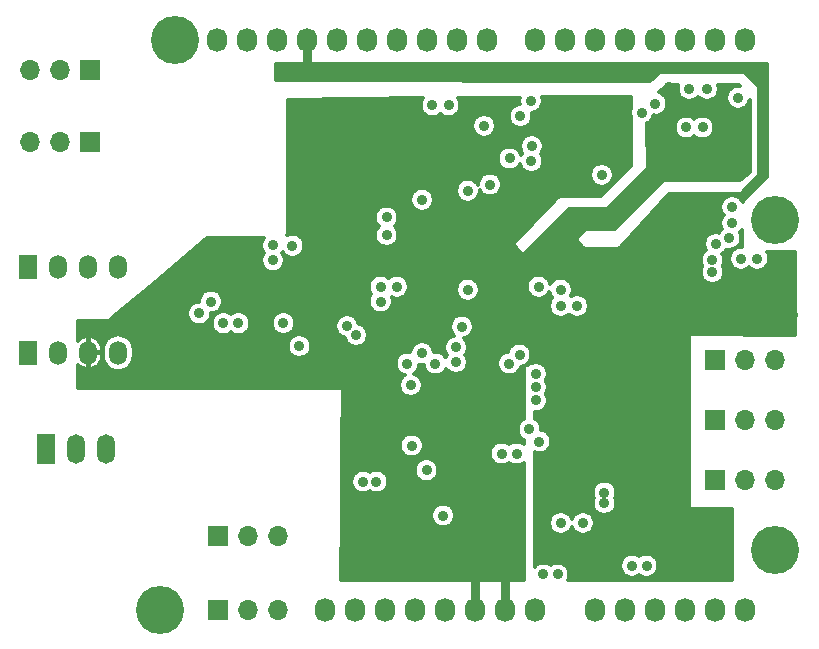
<source format=gbr>
%TF.GenerationSoftware,KiCad,Pcbnew,(5.1.6)-1*%
%TF.CreationDate,2020-11-16T12:45:35+03:00*%
%TF.ProjectId,SensorBoard,53656e73-6f72-4426-9f61-72642e6b6963,rev?*%
%TF.SameCoordinates,Original*%
%TF.FileFunction,Copper,L2,Inr*%
%TF.FilePolarity,Positive*%
%FSLAX46Y46*%
G04 Gerber Fmt 4.6, Leading zero omitted, Abs format (unit mm)*
G04 Created by KiCad (PCBNEW (5.1.6)-1) date 2020-11-16 12:45:35*
%MOMM*%
%LPD*%
G01*
G04 APERTURE LIST*
%TA.AperFunction,ViaPad*%
%ADD10O,1.700000X1.700000*%
%TD*%
%TA.AperFunction,ViaPad*%
%ADD11R,1.700000X1.700000*%
%TD*%
%TA.AperFunction,ViaPad*%
%ADD12R,1.500000X2.000000*%
%TD*%
%TA.AperFunction,ViaPad*%
%ADD13O,1.500000X2.000000*%
%TD*%
%TA.AperFunction,ViaPad*%
%ADD14O,1.500000X2.500000*%
%TD*%
%TA.AperFunction,ViaPad*%
%ADD15R,1.500000X2.500000*%
%TD*%
%TA.AperFunction,ViaPad*%
%ADD16O,1.727200X2.032000*%
%TD*%
%TA.AperFunction,ViaPad*%
%ADD17C,4.064000*%
%TD*%
%TA.AperFunction,ViaPad*%
%ADD18C,0.900000*%
%TD*%
%TA.AperFunction,Conductor*%
%ADD19C,0.800000*%
%TD*%
%TA.AperFunction,Conductor*%
%ADD20C,0.300000*%
%TD*%
G04 APERTURE END LIST*
D10*
%TO.N,GNDD*%
%TO.C,J8*%
X134955000Y-123875000D03*
%TO.N,Net-(J8-Pad2)*%
X132415000Y-123875000D03*
D11*
%TO.N,Net-(D1-Pad2)*%
X129875000Y-123875000D03*
%TD*%
D10*
%TO.N,GNDD*%
%TO.C,J7*%
X134955000Y-117602000D03*
%TO.N,/B*%
X132415000Y-117602000D03*
D11*
%TO.N,/A*%
X129875000Y-117602000D03*
%TD*%
D10*
%TO.N,GNDA*%
%TO.C,J6*%
X113920000Y-84250000D03*
%TO.N,/RVCC*%
X116460000Y-84250000D03*
D11*
%TO.N,Net-(J6-Pad1)*%
X119000000Y-84250000D03*
%TD*%
D10*
%TO.N,GNDA*%
%TO.C,J5*%
X113920000Y-78125000D03*
%TO.N,/RVCC*%
X116460000Y-78125000D03*
D11*
%TO.N,Net-(J5-Pad1)*%
X119000000Y-78125000D03*
%TD*%
D10*
%TO.N,/nEX*%
%TO.C,J3*%
X177038000Y-102735000D03*
%TO.N,Net-(D4-Pad1)*%
X174498000Y-102735000D03*
D11*
%TO.N,/EX*%
X171958000Y-102735000D03*
%TD*%
D10*
%TO.N,/nEX*%
%TO.C,J2*%
X177038000Y-107815000D03*
%TO.N,Net-(D3-Pad1)*%
X174498000Y-107815000D03*
D11*
%TO.N,/EX*%
X171958000Y-107815000D03*
%TD*%
D10*
%TO.N,/nEX*%
%TO.C,J1*%
X177038000Y-112895000D03*
%TO.N,Net-(D2-Pad1)*%
X174498000Y-112895000D03*
D11*
%TO.N,/EX*%
X171958000Y-112895000D03*
%TD*%
D12*
%TO.N,GNDD*%
%TO.C,U10*%
X113788000Y-102085000D03*
D13*
%TO.N,+5VD*%
X116328000Y-102085000D03*
%TO.N,GND*%
X118868000Y-102085000D03*
%TO.N,+5V*%
X121408000Y-102085000D03*
%TD*%
D12*
%TO.N,GNDD*%
%TO.C,U9*%
X113788000Y-94865000D03*
D13*
%TO.N,+5VD*%
X116328000Y-94865000D03*
%TO.N,GNDA*%
X118868000Y-94865000D03*
%TO.N,/RVCC*%
X121408000Y-94865000D03*
%TD*%
D14*
%TO.N,+5VD*%
%TO.C,U6*%
X120328000Y-110235000D03*
%TO.N,GNDD*%
X117788000Y-110235000D03*
D15*
%TO.N,Net-(C7-Pad1)*%
X115248000Y-110235000D03*
%TD*%
D16*
%TO.N,Net-(P1-Pad1)*%
%TO.C,P1*%
X138938000Y-123825000D03*
%TO.N,/IOREF*%
X141478000Y-123825000D03*
%TO.N,/Reset*%
X144018000Y-123825000D03*
%TO.N,+3V3*%
X146558000Y-123825000D03*
%TO.N,+5V*%
X149098000Y-123825000D03*
%TO.N,GND*%
X151638000Y-123825000D03*
X154178000Y-123825000D03*
%TO.N,/Vin*%
X156718000Y-123825000D03*
%TD*%
%TO.N,/A0*%
%TO.C,P2*%
X161798000Y-123825000D03*
%TO.N,/A1*%
X164338000Y-123825000D03*
%TO.N,/A2(SS)*%
X166878000Y-123825000D03*
%TO.N,/A3*%
X169418000Y-123825000D03*
%TO.N,/A4*%
X171958000Y-123825000D03*
%TO.N,/A5*%
X174498000Y-123825000D03*
%TD*%
%TO.N,/A5(SCL)*%
%TO.C,P3*%
X129794000Y-75565000D03*
%TO.N,/A4(SDA)*%
X132334000Y-75565000D03*
%TO.N,/AREF*%
X134874000Y-75565000D03*
%TO.N,GND*%
X137414000Y-75565000D03*
%TO.N,/13(SCK)*%
X139954000Y-75565000D03*
%TO.N,/12(MISO)*%
X142494000Y-75565000D03*
%TO.N,/11(\u002A\u002A/MOSI)*%
X145034000Y-75565000D03*
%TO.N,/10(\u002A\u002A/SS)*%
X147574000Y-75565000D03*
%TO.N,/9(RPM2)*%
X150114000Y-75565000D03*
%TO.N,/8(TX)*%
X152654000Y-75565000D03*
%TD*%
%TO.N,/7(DE)*%
%TO.C,P4*%
X156718000Y-75565000D03*
%TO.N,/6(RPM1)*%
X159258000Y-75565000D03*
%TO.N,/5(MISO)*%
X161798000Y-75565000D03*
%TO.N,/4(MOSI)*%
X164338000Y-75565000D03*
%TO.N,/3(SCK)*%
X166878000Y-75565000D03*
%TO.N,/2(RX)*%
X169418000Y-75565000D03*
%TO.N,/1(Tx)*%
X171958000Y-75565000D03*
%TO.N,/0(Rx)*%
X174498000Y-75565000D03*
%TD*%
D17*
%TO.N,Net-(P5-Pad1)*%
%TO.C,P5*%
X124968000Y-123825000D03*
%TD*%
%TO.N,Net-(P6-Pad1)*%
%TO.C,P6*%
X177038000Y-118745000D03*
%TD*%
%TO.N,Net-(P7-Pad1)*%
%TO.C,P7*%
X126238000Y-75565000D03*
%TD*%
%TO.N,Net-(P8-Pad1)*%
%TO.C,P8*%
X177038000Y-90805000D03*
%TD*%
D18*
%TO.N,/IOREF*%
X171250000Y-79750000D03*
X169750000Y-79750000D03*
%TO.N,/Reset*%
X156337030Y-80772000D03*
X146250000Y-109940000D03*
%TO.N,+5V*%
X160250000Y-98125000D03*
X158875000Y-98125000D03*
X158875000Y-96750000D03*
X136150000Y-93025000D03*
X134500000Y-93000000D03*
X134500000Y-94250000D03*
%TO.N,GND*%
X175375012Y-98875000D03*
X141998000Y-85615000D03*
X151748000Y-99855702D03*
X143198000Y-117565000D03*
X145598000Y-117765000D03*
X153998000Y-120765000D03*
X146250000Y-96500000D03*
X157000000Y-107500000D03*
X177248000Y-98875000D03*
X178500000Y-98875000D03*
X168000000Y-82500000D03*
X164592000Y-84582000D03*
X164592000Y-83312000D03*
X166006000Y-118000000D03*
X169418000Y-116218000D03*
X163198000Y-96302000D03*
X126500000Y-99500000D03*
X139650000Y-95300000D03*
X139650000Y-97125000D03*
X137250000Y-97150000D03*
X144942847Y-110994847D03*
X145598000Y-119097992D03*
X138750000Y-84205000D03*
X140250000Y-85625000D03*
X139055000Y-90555000D03*
X134112000Y-99568000D03*
X134112000Y-103505000D03*
X150114000Y-91694000D03*
X156591000Y-87122000D03*
X151003000Y-90787500D03*
X164900000Y-113865000D03*
X164623000Y-110205000D03*
X161575000Y-110205000D03*
X165862000Y-105664000D03*
X155375000Y-112000000D03*
X158500000Y-118750000D03*
X148093554Y-89985258D03*
X146500001Y-99874999D03*
X173375000Y-98875000D03*
X173875000Y-86500000D03*
X154250000Y-112000000D03*
X172625000Y-86500000D03*
X168000000Y-79625000D03*
X170750000Y-85874994D03*
X168375000Y-95375000D03*
X168375000Y-97875000D03*
X126500000Y-103375000D03*
X154375000Y-104500000D03*
X154375000Y-105625000D03*
X144942847Y-109942847D03*
X141940000Y-117565000D03*
%TO.N,/A0*%
X158875000Y-116500000D03*
%TO.N,/A1*%
X160750000Y-116500002D03*
%TO.N,/A3*%
X157046004Y-109600000D03*
%TO.N,/AREF*%
X173375000Y-89750000D03*
%TO.N,/10(\u002A\u002A/SS)*%
X156210000Y-108573002D03*
X146176027Y-104823973D03*
%TO.N,+3V3*%
X143250000Y-113000000D03*
X148898000Y-115865000D03*
X147500000Y-112035000D03*
X162348000Y-87027000D03*
X154525000Y-85625000D03*
X152375000Y-82875000D03*
X128250000Y-98750000D03*
X148000000Y-81125000D03*
X149375000Y-81125000D03*
X136730000Y-101522000D03*
X135382000Y-99568000D03*
X152873000Y-87849004D03*
X150500000Y-99875002D03*
X147125000Y-89125000D03*
X151000000Y-96750000D03*
X144998000Y-96501998D03*
X129250000Y-97750000D03*
X143625000Y-96500000D03*
X143625000Y-97750000D03*
X144124996Y-90625000D03*
X144125000Y-92125000D03*
X153875000Y-110625000D03*
X155125000Y-110625000D03*
X142125000Y-113000000D03*
X155375000Y-102250000D03*
X154500000Y-103000000D03*
%TO.N,VDDA*%
X171704000Y-95250000D03*
X171704000Y-94234000D03*
X162553000Y-114815000D03*
X162553000Y-113926000D03*
X157400000Y-120850000D03*
X158600000Y-120850000D03*
X164898000Y-120125000D03*
X166125000Y-120125000D03*
X169500000Y-83000000D03*
X170875000Y-83000000D03*
%TO.N,/A2(SS)*%
X157000012Y-96500000D03*
%TO.N,/9(RPM2)*%
X150999992Y-88375000D03*
%TO.N,/8(TX)*%
X145875000Y-103000010D03*
%TO.N,/7(DE)*%
X131572000Y-99580000D03*
X130302000Y-99580000D03*
X141535000Y-100584000D03*
X140773000Y-99822000D03*
X147125000Y-102125000D03*
%TO.N,/5(MISO)*%
X165750000Y-81750000D03*
%TO.N,/4(MOSI)*%
X166875000Y-81000000D03*
%TO.N,/3(SCK)*%
X173874995Y-80500007D03*
%TO.N,/2(RX)*%
X155448000Y-82042000D03*
X148250000Y-103000000D03*
%TO.N,/EX*%
X175500000Y-94125000D03*
X174125000Y-94125000D03*
%TO.N,Net-(C17-Pad1)*%
X156750000Y-103875000D03*
X156750000Y-105000000D03*
X172000000Y-92875000D03*
X173375000Y-91125000D03*
X173125000Y-92375000D03*
X156750000Y-106125000D03*
%TO.N,/SensorBoardCPU/SWCLK*%
X156418006Y-84582000D03*
X150000000Y-102874998D03*
%TO.N,/SensorBoardCPU/SWDIO*%
X156375000Y-85852000D03*
X150000000Y-101625000D03*
%TD*%
D19*
%TO.N,GND*%
X154178000Y-120945000D02*
X153998000Y-120765000D01*
X154178000Y-123825000D02*
X154178000Y-120945000D01*
X151638000Y-123825000D02*
X151638000Y-120737000D01*
X151666000Y-120765000D02*
X153998000Y-120765000D01*
X151638000Y-120737000D02*
X151666000Y-120765000D01*
X137414000Y-75565000D02*
X137414000Y-78289000D01*
%TD*%
D20*
%TO.N,GND*%
G36*
X176350000Y-87187868D02*
G01*
X174268934Y-89268934D01*
X174261753Y-89277684D01*
X174261189Y-89276322D01*
X174151751Y-89112537D01*
X174012463Y-88973249D01*
X173848678Y-88863811D01*
X173666689Y-88788429D01*
X173473491Y-88750000D01*
X173276509Y-88750000D01*
X173083311Y-88788429D01*
X172901322Y-88863811D01*
X172737537Y-88973249D01*
X172598249Y-89112537D01*
X172488811Y-89276322D01*
X172413429Y-89458311D01*
X172375000Y-89651509D01*
X172375000Y-89848491D01*
X172413429Y-90041689D01*
X172488811Y-90223678D01*
X172598249Y-90387463D01*
X172648286Y-90437500D01*
X172598249Y-90487537D01*
X172488811Y-90651322D01*
X172413429Y-90833311D01*
X172375000Y-91026509D01*
X172375000Y-91223491D01*
X172413429Y-91416689D01*
X172488396Y-91597675D01*
X172487537Y-91598249D01*
X172348249Y-91737537D01*
X172238811Y-91901322D01*
X172238203Y-91902790D01*
X172098491Y-91875000D01*
X171901509Y-91875000D01*
X171708311Y-91913429D01*
X171526322Y-91988811D01*
X171362537Y-92098249D01*
X171223249Y-92237537D01*
X171113811Y-92401322D01*
X171038429Y-92583311D01*
X171000000Y-92776509D01*
X171000000Y-92973491D01*
X171038429Y-93166689D01*
X171113811Y-93348678D01*
X171149373Y-93401900D01*
X171066537Y-93457249D01*
X170927249Y-93596537D01*
X170817811Y-93760322D01*
X170742429Y-93942311D01*
X170704000Y-94135509D01*
X170704000Y-94332491D01*
X170742429Y-94525689D01*
X170817811Y-94707678D01*
X170840744Y-94742000D01*
X170817811Y-94776322D01*
X170742429Y-94958311D01*
X170704000Y-95151509D01*
X170704000Y-95348491D01*
X170742429Y-95541689D01*
X170817811Y-95723678D01*
X170927249Y-95887463D01*
X171066537Y-96026751D01*
X171230322Y-96136189D01*
X171412311Y-96211571D01*
X171605509Y-96250000D01*
X171802491Y-96250000D01*
X171995689Y-96211571D01*
X172177678Y-96136189D01*
X172341463Y-96026751D01*
X172480751Y-95887463D01*
X172590189Y-95723678D01*
X172665571Y-95541689D01*
X172704000Y-95348491D01*
X172704000Y-95151509D01*
X172665571Y-94958311D01*
X172590189Y-94776322D01*
X172567256Y-94742000D01*
X172590189Y-94707678D01*
X172665571Y-94525689D01*
X172704000Y-94332491D01*
X172704000Y-94135509D01*
X172665571Y-93942311D01*
X172590189Y-93760322D01*
X172554627Y-93707100D01*
X172637463Y-93651751D01*
X172776751Y-93512463D01*
X172886189Y-93348678D01*
X172886797Y-93347210D01*
X173026509Y-93375000D01*
X173223491Y-93375000D01*
X173416689Y-93336571D01*
X173598678Y-93261189D01*
X173762463Y-93151751D01*
X173901751Y-93012463D01*
X174011189Y-92848678D01*
X174086571Y-92666689D01*
X174125000Y-92473491D01*
X174125000Y-92276509D01*
X174086571Y-92083311D01*
X174011604Y-91902325D01*
X174012463Y-91901751D01*
X174151751Y-91762463D01*
X174225000Y-91652838D01*
X174225000Y-93125300D01*
X174223491Y-93125000D01*
X174026509Y-93125000D01*
X173833311Y-93163429D01*
X173651322Y-93238811D01*
X173487537Y-93348249D01*
X173348249Y-93487537D01*
X173238811Y-93651322D01*
X173163429Y-93833311D01*
X173125000Y-94026509D01*
X173125000Y-94223491D01*
X173163429Y-94416689D01*
X173238811Y-94598678D01*
X173348249Y-94762463D01*
X173487537Y-94901751D01*
X173651322Y-95011189D01*
X173833311Y-95086571D01*
X174026509Y-95125000D01*
X174223491Y-95125000D01*
X174416689Y-95086571D01*
X174598678Y-95011189D01*
X174762463Y-94901751D01*
X174812500Y-94851714D01*
X174862537Y-94901751D01*
X175026322Y-95011189D01*
X175208311Y-95086571D01*
X175401509Y-95125000D01*
X175598491Y-95125000D01*
X175791689Y-95086571D01*
X175973678Y-95011189D01*
X176137463Y-94901751D01*
X176276751Y-94762463D01*
X176386189Y-94598678D01*
X176461571Y-94416689D01*
X176500000Y-94223491D01*
X176500000Y-94026509D01*
X176461571Y-93833311D01*
X176386189Y-93651322D01*
X176301783Y-93525000D01*
X178725000Y-93525000D01*
X178725000Y-100597902D01*
X169877083Y-100475014D01*
X169847782Y-100477490D01*
X169819528Y-100485634D01*
X169793405Y-100499134D01*
X169770417Y-100517471D01*
X169751449Y-100539940D01*
X169737229Y-100565678D01*
X169728303Y-100593696D01*
X169725000Y-100625000D01*
X169725000Y-115125000D01*
X169727882Y-115154264D01*
X169736418Y-115182403D01*
X169750280Y-115208336D01*
X169768934Y-115231066D01*
X169791664Y-115249720D01*
X169817597Y-115263582D01*
X169845736Y-115272118D01*
X169875000Y-115275000D01*
X173350000Y-115275000D01*
X173350000Y-121350000D01*
X159468601Y-121350000D01*
X159486189Y-121323678D01*
X159561571Y-121141689D01*
X159600000Y-120948491D01*
X159600000Y-120751509D01*
X159561571Y-120558311D01*
X159486189Y-120376322D01*
X159376751Y-120212537D01*
X159237463Y-120073249D01*
X159167512Y-120026509D01*
X163898000Y-120026509D01*
X163898000Y-120223491D01*
X163936429Y-120416689D01*
X164011811Y-120598678D01*
X164121249Y-120762463D01*
X164260537Y-120901751D01*
X164424322Y-121011189D01*
X164606311Y-121086571D01*
X164799509Y-121125000D01*
X164996491Y-121125000D01*
X165189689Y-121086571D01*
X165371678Y-121011189D01*
X165511500Y-120917763D01*
X165651322Y-121011189D01*
X165833311Y-121086571D01*
X166026509Y-121125000D01*
X166223491Y-121125000D01*
X166416689Y-121086571D01*
X166598678Y-121011189D01*
X166762463Y-120901751D01*
X166901751Y-120762463D01*
X167011189Y-120598678D01*
X167086571Y-120416689D01*
X167125000Y-120223491D01*
X167125000Y-120026509D01*
X167086571Y-119833311D01*
X167011189Y-119651322D01*
X166901751Y-119487537D01*
X166762463Y-119348249D01*
X166598678Y-119238811D01*
X166416689Y-119163429D01*
X166223491Y-119125000D01*
X166026509Y-119125000D01*
X165833311Y-119163429D01*
X165651322Y-119238811D01*
X165511500Y-119332237D01*
X165371678Y-119238811D01*
X165189689Y-119163429D01*
X164996491Y-119125000D01*
X164799509Y-119125000D01*
X164606311Y-119163429D01*
X164424322Y-119238811D01*
X164260537Y-119348249D01*
X164121249Y-119487537D01*
X164011811Y-119651322D01*
X163936429Y-119833311D01*
X163898000Y-120026509D01*
X159167512Y-120026509D01*
X159073678Y-119963811D01*
X158891689Y-119888429D01*
X158698491Y-119850000D01*
X158501509Y-119850000D01*
X158308311Y-119888429D01*
X158126322Y-119963811D01*
X158000000Y-120048217D01*
X157873678Y-119963811D01*
X157691689Y-119888429D01*
X157498491Y-119850000D01*
X157301509Y-119850000D01*
X157108311Y-119888429D01*
X156926322Y-119963811D01*
X156762537Y-120073249D01*
X156650000Y-120185786D01*
X156650000Y-116401509D01*
X157875000Y-116401509D01*
X157875000Y-116598491D01*
X157913429Y-116791689D01*
X157988811Y-116973678D01*
X158098249Y-117137463D01*
X158237537Y-117276751D01*
X158401322Y-117386189D01*
X158583311Y-117461571D01*
X158776509Y-117500000D01*
X158973491Y-117500000D01*
X159166689Y-117461571D01*
X159348678Y-117386189D01*
X159512463Y-117276751D01*
X159651751Y-117137463D01*
X159761189Y-116973678D01*
X159812500Y-116849803D01*
X159863811Y-116973680D01*
X159973249Y-117137465D01*
X160112537Y-117276753D01*
X160276322Y-117386191D01*
X160458311Y-117461573D01*
X160651509Y-117500002D01*
X160848491Y-117500002D01*
X161041689Y-117461573D01*
X161223678Y-117386191D01*
X161387463Y-117276753D01*
X161526751Y-117137465D01*
X161636189Y-116973680D01*
X161711571Y-116791691D01*
X161750000Y-116598493D01*
X161750000Y-116401511D01*
X161711571Y-116208313D01*
X161636189Y-116026324D01*
X161526751Y-115862539D01*
X161387463Y-115723251D01*
X161223678Y-115613813D01*
X161041689Y-115538431D01*
X160848491Y-115500002D01*
X160651509Y-115500002D01*
X160458311Y-115538431D01*
X160276322Y-115613813D01*
X160112537Y-115723251D01*
X159973249Y-115862539D01*
X159863811Y-116026324D01*
X159812500Y-116150199D01*
X159761189Y-116026322D01*
X159651751Y-115862537D01*
X159512463Y-115723249D01*
X159348678Y-115613811D01*
X159166689Y-115538429D01*
X158973491Y-115500000D01*
X158776509Y-115500000D01*
X158583311Y-115538429D01*
X158401322Y-115613811D01*
X158237537Y-115723249D01*
X158098249Y-115862537D01*
X157988811Y-116026322D01*
X157913429Y-116208311D01*
X157875000Y-116401509D01*
X156650000Y-116401509D01*
X156650000Y-113827509D01*
X161553000Y-113827509D01*
X161553000Y-114024491D01*
X161591429Y-114217689D01*
X161654725Y-114370500D01*
X161591429Y-114523311D01*
X161553000Y-114716509D01*
X161553000Y-114913491D01*
X161591429Y-115106689D01*
X161666811Y-115288678D01*
X161776249Y-115452463D01*
X161915537Y-115591751D01*
X162079322Y-115701189D01*
X162261311Y-115776571D01*
X162454509Y-115815000D01*
X162651491Y-115815000D01*
X162844689Y-115776571D01*
X163026678Y-115701189D01*
X163190463Y-115591751D01*
X163329751Y-115452463D01*
X163439189Y-115288678D01*
X163514571Y-115106689D01*
X163553000Y-114913491D01*
X163553000Y-114716509D01*
X163514571Y-114523311D01*
X163451275Y-114370500D01*
X163514571Y-114217689D01*
X163553000Y-114024491D01*
X163553000Y-113827509D01*
X163514571Y-113634311D01*
X163439189Y-113452322D01*
X163329751Y-113288537D01*
X163190463Y-113149249D01*
X163026678Y-113039811D01*
X162844689Y-112964429D01*
X162651491Y-112926000D01*
X162454509Y-112926000D01*
X162261311Y-112964429D01*
X162079322Y-113039811D01*
X161915537Y-113149249D01*
X161776249Y-113288537D01*
X161666811Y-113452322D01*
X161591429Y-113634311D01*
X161553000Y-113827509D01*
X156650000Y-113827509D01*
X156650000Y-110518362D01*
X156754315Y-110561571D01*
X156947513Y-110600000D01*
X157144495Y-110600000D01*
X157337693Y-110561571D01*
X157519682Y-110486189D01*
X157683467Y-110376751D01*
X157822755Y-110237463D01*
X157932193Y-110073678D01*
X158007575Y-109891689D01*
X158046004Y-109698491D01*
X158046004Y-109501509D01*
X158007575Y-109308311D01*
X157932193Y-109126322D01*
X157822755Y-108962537D01*
X157683467Y-108823249D01*
X157519682Y-108713811D01*
X157337693Y-108638429D01*
X157210000Y-108613030D01*
X157210000Y-108474511D01*
X157171571Y-108281313D01*
X157096189Y-108099324D01*
X156986751Y-107935539D01*
X156847463Y-107796251D01*
X156683678Y-107686813D01*
X156650000Y-107672863D01*
X156650000Y-107124700D01*
X156651509Y-107125000D01*
X156848491Y-107125000D01*
X157041689Y-107086571D01*
X157223678Y-107011189D01*
X157387463Y-106901751D01*
X157526751Y-106762463D01*
X157636189Y-106598678D01*
X157711571Y-106416689D01*
X157750000Y-106223491D01*
X157750000Y-106026509D01*
X157711571Y-105833311D01*
X157636189Y-105651322D01*
X157576840Y-105562500D01*
X157636189Y-105473678D01*
X157711571Y-105291689D01*
X157750000Y-105098491D01*
X157750000Y-104901509D01*
X157711571Y-104708311D01*
X157636189Y-104526322D01*
X157576840Y-104437500D01*
X157636189Y-104348678D01*
X157711571Y-104166689D01*
X157750000Y-103973491D01*
X157750000Y-103776509D01*
X157711571Y-103583311D01*
X157636189Y-103401322D01*
X157526751Y-103237537D01*
X157387463Y-103098249D01*
X157223678Y-102988811D01*
X157041689Y-102913429D01*
X156848491Y-102875000D01*
X156651509Y-102875000D01*
X156458311Y-102913429D01*
X156276322Y-102988811D01*
X156112537Y-103098249D01*
X156110786Y-103100000D01*
X155902838Y-103100000D01*
X156012463Y-103026751D01*
X156151751Y-102887463D01*
X156261189Y-102723678D01*
X156336571Y-102541689D01*
X156375000Y-102348491D01*
X156375000Y-102151509D01*
X156336571Y-101958311D01*
X156261189Y-101776322D01*
X156151751Y-101612537D01*
X156012463Y-101473249D01*
X155848678Y-101363811D01*
X155666689Y-101288429D01*
X155473491Y-101250000D01*
X155276509Y-101250000D01*
X155083311Y-101288429D01*
X154901322Y-101363811D01*
X154737537Y-101473249D01*
X154598249Y-101612537D01*
X154488811Y-101776322D01*
X154413429Y-101958311D01*
X154405137Y-102000000D01*
X154401509Y-102000000D01*
X154208311Y-102038429D01*
X154026322Y-102113811D01*
X153862537Y-102223249D01*
X153723249Y-102362537D01*
X153613811Y-102526322D01*
X153538429Y-102708311D01*
X153500000Y-102901509D01*
X153500000Y-103098491D01*
X153538429Y-103291689D01*
X153613811Y-103473678D01*
X153723249Y-103637463D01*
X153862537Y-103776751D01*
X154026322Y-103886189D01*
X154208311Y-103961571D01*
X154401509Y-104000000D01*
X154598491Y-104000000D01*
X154791689Y-103961571D01*
X154973678Y-103886189D01*
X155137463Y-103776751D01*
X155276751Y-103637463D01*
X155386189Y-103473678D01*
X155461571Y-103291689D01*
X155469863Y-103250000D01*
X155473491Y-103250000D01*
X155666689Y-103211571D01*
X155743221Y-103179871D01*
X155736418Y-103192597D01*
X155727882Y-103220736D01*
X155725000Y-103250000D01*
X155725000Y-107694378D01*
X155572537Y-107796251D01*
X155433249Y-107935539D01*
X155323811Y-108099324D01*
X155248429Y-108281313D01*
X155210000Y-108474511D01*
X155210000Y-108671493D01*
X155248429Y-108864691D01*
X155323811Y-109046680D01*
X155433249Y-109210465D01*
X155572537Y-109349753D01*
X155725000Y-109451626D01*
X155725000Y-109823217D01*
X155598678Y-109738811D01*
X155416689Y-109663429D01*
X155223491Y-109625000D01*
X155026509Y-109625000D01*
X154833311Y-109663429D01*
X154651322Y-109738811D01*
X154500000Y-109839921D01*
X154348678Y-109738811D01*
X154166689Y-109663429D01*
X153973491Y-109625000D01*
X153776509Y-109625000D01*
X153583311Y-109663429D01*
X153401322Y-109738811D01*
X153237537Y-109848249D01*
X153098249Y-109987537D01*
X152988811Y-110151322D01*
X152913429Y-110333311D01*
X152875000Y-110526509D01*
X152875000Y-110723491D01*
X152913429Y-110916689D01*
X152988811Y-111098678D01*
X153098249Y-111262463D01*
X153237537Y-111401751D01*
X153401322Y-111511189D01*
X153583311Y-111586571D01*
X153776509Y-111625000D01*
X153973491Y-111625000D01*
X154166689Y-111586571D01*
X154348678Y-111511189D01*
X154500000Y-111410079D01*
X154651322Y-111511189D01*
X154833311Y-111586571D01*
X155026509Y-111625000D01*
X155223491Y-111625000D01*
X155416689Y-111586571D01*
X155598678Y-111511189D01*
X155725000Y-111426783D01*
X155725000Y-121350000D01*
X140276159Y-121350000D01*
X140319108Y-115766509D01*
X147898000Y-115766509D01*
X147898000Y-115963491D01*
X147936429Y-116156689D01*
X148011811Y-116338678D01*
X148121249Y-116502463D01*
X148260537Y-116641751D01*
X148424322Y-116751189D01*
X148606311Y-116826571D01*
X148799509Y-116865000D01*
X148996491Y-116865000D01*
X149189689Y-116826571D01*
X149371678Y-116751189D01*
X149535463Y-116641751D01*
X149674751Y-116502463D01*
X149784189Y-116338678D01*
X149859571Y-116156689D01*
X149898000Y-115963491D01*
X149898000Y-115766509D01*
X149859571Y-115573311D01*
X149784189Y-115391322D01*
X149674751Y-115227537D01*
X149535463Y-115088249D01*
X149371678Y-114978811D01*
X149189689Y-114903429D01*
X148996491Y-114865000D01*
X148799509Y-114865000D01*
X148606311Y-114903429D01*
X148424322Y-114978811D01*
X148260537Y-115088249D01*
X148121249Y-115227537D01*
X148011811Y-115391322D01*
X147936429Y-115573311D01*
X147898000Y-115766509D01*
X140319108Y-115766509D01*
X140341147Y-112901509D01*
X141125000Y-112901509D01*
X141125000Y-113098491D01*
X141163429Y-113291689D01*
X141238811Y-113473678D01*
X141348249Y-113637463D01*
X141487537Y-113776751D01*
X141651322Y-113886189D01*
X141833311Y-113961571D01*
X142026509Y-114000000D01*
X142223491Y-114000000D01*
X142416689Y-113961571D01*
X142598678Y-113886189D01*
X142687500Y-113826840D01*
X142776322Y-113886189D01*
X142958311Y-113961571D01*
X143151509Y-114000000D01*
X143348491Y-114000000D01*
X143541689Y-113961571D01*
X143723678Y-113886189D01*
X143887463Y-113776751D01*
X144026751Y-113637463D01*
X144136189Y-113473678D01*
X144211571Y-113291689D01*
X144250000Y-113098491D01*
X144250000Y-112901509D01*
X144211571Y-112708311D01*
X144136189Y-112526322D01*
X144026751Y-112362537D01*
X143887463Y-112223249D01*
X143723678Y-112113811D01*
X143541689Y-112038429D01*
X143348491Y-112000000D01*
X143151509Y-112000000D01*
X142958311Y-112038429D01*
X142776322Y-112113811D01*
X142687500Y-112173160D01*
X142598678Y-112113811D01*
X142416689Y-112038429D01*
X142223491Y-112000000D01*
X142026509Y-112000000D01*
X141833311Y-112038429D01*
X141651322Y-112113811D01*
X141487537Y-112223249D01*
X141348249Y-112362537D01*
X141238811Y-112526322D01*
X141163429Y-112708311D01*
X141125000Y-112901509D01*
X140341147Y-112901509D01*
X140348569Y-111936509D01*
X146500000Y-111936509D01*
X146500000Y-112133491D01*
X146538429Y-112326689D01*
X146613811Y-112508678D01*
X146723249Y-112672463D01*
X146862537Y-112811751D01*
X147026322Y-112921189D01*
X147208311Y-112996571D01*
X147401509Y-113035000D01*
X147598491Y-113035000D01*
X147791689Y-112996571D01*
X147973678Y-112921189D01*
X148137463Y-112811751D01*
X148276751Y-112672463D01*
X148386189Y-112508678D01*
X148461571Y-112326689D01*
X148500000Y-112133491D01*
X148500000Y-111936509D01*
X148461571Y-111743311D01*
X148386189Y-111561322D01*
X148276751Y-111397537D01*
X148137463Y-111258249D01*
X147973678Y-111148811D01*
X147791689Y-111073429D01*
X147598491Y-111035000D01*
X147401509Y-111035000D01*
X147208311Y-111073429D01*
X147026322Y-111148811D01*
X146862537Y-111258249D01*
X146723249Y-111397537D01*
X146613811Y-111561322D01*
X146538429Y-111743311D01*
X146500000Y-111936509D01*
X140348569Y-111936509D01*
X140364685Y-109841509D01*
X145250000Y-109841509D01*
X145250000Y-110038491D01*
X145288429Y-110231689D01*
X145363811Y-110413678D01*
X145473249Y-110577463D01*
X145612537Y-110716751D01*
X145776322Y-110826189D01*
X145958311Y-110901571D01*
X146151509Y-110940000D01*
X146348491Y-110940000D01*
X146541689Y-110901571D01*
X146723678Y-110826189D01*
X146887463Y-110716751D01*
X147026751Y-110577463D01*
X147136189Y-110413678D01*
X147211571Y-110231689D01*
X147250000Y-110038491D01*
X147250000Y-109841509D01*
X147211571Y-109648311D01*
X147136189Y-109466322D01*
X147026751Y-109302537D01*
X146887463Y-109163249D01*
X146723678Y-109053811D01*
X146541689Y-108978429D01*
X146348491Y-108940000D01*
X146151509Y-108940000D01*
X145958311Y-108978429D01*
X145776322Y-109053811D01*
X145612537Y-109163249D01*
X145473249Y-109302537D01*
X145363811Y-109466322D01*
X145288429Y-109648311D01*
X145250000Y-109841509D01*
X140364685Y-109841509D01*
X140399996Y-105251154D01*
X140397339Y-105221869D01*
X140389019Y-105193665D01*
X140375358Y-105167626D01*
X140356879Y-105144753D01*
X140334292Y-105125924D01*
X140308467Y-105111864D01*
X140280394Y-105103112D01*
X140250000Y-105100000D01*
X118025000Y-105100000D01*
X118025000Y-103110464D01*
X118072506Y-103165850D01*
X118249882Y-103305079D01*
X118451012Y-103407028D01*
X118663451Y-103466662D01*
X118843000Y-103384702D01*
X118843000Y-102110000D01*
X118893000Y-102110000D01*
X118893000Y-103384702D01*
X119072549Y-103466662D01*
X119284988Y-103407028D01*
X119486118Y-103305079D01*
X119663494Y-103165850D01*
X119810300Y-102994692D01*
X119920894Y-102798183D01*
X119991026Y-102583874D01*
X120018000Y-102360000D01*
X120018000Y-102110000D01*
X118893000Y-102110000D01*
X118843000Y-102110000D01*
X118823000Y-102110000D01*
X118823000Y-102060000D01*
X118843000Y-102060000D01*
X118843000Y-100785298D01*
X118893000Y-100785298D01*
X118893000Y-102060000D01*
X120018000Y-102060000D01*
X120018000Y-101810000D01*
X120013318Y-101771137D01*
X120108000Y-101771137D01*
X120108000Y-102398864D01*
X120126810Y-102589845D01*
X120201145Y-102834896D01*
X120321860Y-103060736D01*
X120484314Y-103258687D01*
X120682265Y-103421140D01*
X120908105Y-103541855D01*
X121153156Y-103616190D01*
X121408000Y-103641290D01*
X121662845Y-103616190D01*
X121907896Y-103541855D01*
X122133736Y-103421140D01*
X122331687Y-103258687D01*
X122494140Y-103060736D01*
X122579243Y-102901519D01*
X144875000Y-102901519D01*
X144875000Y-103098501D01*
X144913429Y-103291699D01*
X144988811Y-103473688D01*
X145098249Y-103637473D01*
X145237537Y-103776761D01*
X145401322Y-103886199D01*
X145583311Y-103961581D01*
X145647597Y-103974368D01*
X145538564Y-104047222D01*
X145399276Y-104186510D01*
X145289838Y-104350295D01*
X145214456Y-104532284D01*
X145176027Y-104725482D01*
X145176027Y-104922464D01*
X145214456Y-105115662D01*
X145289838Y-105297651D01*
X145399276Y-105461436D01*
X145538564Y-105600724D01*
X145702349Y-105710162D01*
X145884338Y-105785544D01*
X146077536Y-105823973D01*
X146274518Y-105823973D01*
X146467716Y-105785544D01*
X146649705Y-105710162D01*
X146813490Y-105600724D01*
X146952778Y-105461436D01*
X147062216Y-105297651D01*
X147137598Y-105115662D01*
X147176027Y-104922464D01*
X147176027Y-104725482D01*
X147137598Y-104532284D01*
X147062216Y-104350295D01*
X146952778Y-104186510D01*
X146813490Y-104047222D01*
X146649705Y-103937784D01*
X146467716Y-103862402D01*
X146403430Y-103849615D01*
X146512463Y-103776761D01*
X146651751Y-103637473D01*
X146761189Y-103473688D01*
X146836571Y-103291699D01*
X146875000Y-103098501D01*
X146875000Y-103094863D01*
X147026509Y-103125000D01*
X147223491Y-103125000D01*
X147254063Y-103118919D01*
X147288429Y-103291689D01*
X147363811Y-103473678D01*
X147473249Y-103637463D01*
X147612537Y-103776751D01*
X147776322Y-103886189D01*
X147958311Y-103961571D01*
X148151509Y-104000000D01*
X148348491Y-104000000D01*
X148541689Y-103961571D01*
X148723678Y-103886189D01*
X148887463Y-103776751D01*
X149026751Y-103637463D01*
X149136189Y-103473678D01*
X149159588Y-103417187D01*
X149223249Y-103512461D01*
X149362537Y-103651749D01*
X149526322Y-103761187D01*
X149708311Y-103836569D01*
X149901509Y-103874998D01*
X150098491Y-103874998D01*
X150291689Y-103836569D01*
X150473678Y-103761187D01*
X150637463Y-103651749D01*
X150776751Y-103512461D01*
X150886189Y-103348676D01*
X150961571Y-103166687D01*
X151000000Y-102973489D01*
X151000000Y-102776507D01*
X150961571Y-102583309D01*
X150886189Y-102401320D01*
X150785079Y-102249999D01*
X150886189Y-102098678D01*
X150961571Y-101916689D01*
X151000000Y-101723491D01*
X151000000Y-101526509D01*
X150961571Y-101333311D01*
X150886189Y-101151322D01*
X150776751Y-100987537D01*
X150653312Y-100864098D01*
X150791689Y-100836573D01*
X150973678Y-100761191D01*
X151137463Y-100651753D01*
X151276751Y-100512465D01*
X151386189Y-100348680D01*
X151461571Y-100166691D01*
X151500000Y-99973493D01*
X151500000Y-99776511D01*
X151461571Y-99583313D01*
X151386189Y-99401324D01*
X151276751Y-99237539D01*
X151137463Y-99098251D01*
X150973678Y-98988813D01*
X150791689Y-98913431D01*
X150598491Y-98875002D01*
X150401509Y-98875002D01*
X150208311Y-98913431D01*
X150026322Y-98988813D01*
X149862537Y-99098251D01*
X149723249Y-99237539D01*
X149613811Y-99401324D01*
X149538429Y-99583313D01*
X149500000Y-99776511D01*
X149500000Y-99973493D01*
X149538429Y-100166691D01*
X149613811Y-100348680D01*
X149723249Y-100512465D01*
X149846688Y-100635904D01*
X149708311Y-100663429D01*
X149526322Y-100738811D01*
X149362537Y-100848249D01*
X149223249Y-100987537D01*
X149113811Y-101151322D01*
X149038429Y-101333311D01*
X149000000Y-101526509D01*
X149000000Y-101723491D01*
X149038429Y-101916689D01*
X149113811Y-102098678D01*
X149214921Y-102249999D01*
X149113811Y-102401320D01*
X149090412Y-102457811D01*
X149026751Y-102362537D01*
X148887463Y-102223249D01*
X148723678Y-102113811D01*
X148541689Y-102038429D01*
X148348491Y-102000000D01*
X148151509Y-102000000D01*
X148120937Y-102006081D01*
X148086571Y-101833311D01*
X148011189Y-101651322D01*
X147901751Y-101487537D01*
X147762463Y-101348249D01*
X147598678Y-101238811D01*
X147416689Y-101163429D01*
X147223491Y-101125000D01*
X147026509Y-101125000D01*
X146833311Y-101163429D01*
X146651322Y-101238811D01*
X146487537Y-101348249D01*
X146348249Y-101487537D01*
X146238811Y-101651322D01*
X146163429Y-101833311D01*
X146125000Y-102026509D01*
X146125000Y-102030147D01*
X145973491Y-102000010D01*
X145776509Y-102000010D01*
X145583311Y-102038439D01*
X145401322Y-102113821D01*
X145237537Y-102223259D01*
X145098249Y-102362547D01*
X144988811Y-102526332D01*
X144913429Y-102708321D01*
X144875000Y-102901519D01*
X122579243Y-102901519D01*
X122614855Y-102834895D01*
X122689190Y-102589844D01*
X122708000Y-102398863D01*
X122708000Y-101771136D01*
X122689190Y-101580155D01*
X122641673Y-101423509D01*
X135730000Y-101423509D01*
X135730000Y-101620491D01*
X135768429Y-101813689D01*
X135843811Y-101995678D01*
X135953249Y-102159463D01*
X136092537Y-102298751D01*
X136256322Y-102408189D01*
X136438311Y-102483571D01*
X136631509Y-102522000D01*
X136828491Y-102522000D01*
X137021689Y-102483571D01*
X137203678Y-102408189D01*
X137367463Y-102298751D01*
X137506751Y-102159463D01*
X137616189Y-101995678D01*
X137691571Y-101813689D01*
X137730000Y-101620491D01*
X137730000Y-101423509D01*
X137691571Y-101230311D01*
X137616189Y-101048322D01*
X137506751Y-100884537D01*
X137367463Y-100745249D01*
X137203678Y-100635811D01*
X137021689Y-100560429D01*
X136828491Y-100522000D01*
X136631509Y-100522000D01*
X136438311Y-100560429D01*
X136256322Y-100635811D01*
X136092537Y-100745249D01*
X135953249Y-100884537D01*
X135843811Y-101048322D01*
X135768429Y-101230311D01*
X135730000Y-101423509D01*
X122641673Y-101423509D01*
X122614855Y-101335104D01*
X122494140Y-101109264D01*
X122331687Y-100911313D01*
X122133735Y-100748860D01*
X121907895Y-100628145D01*
X121662844Y-100553810D01*
X121408000Y-100528710D01*
X121153155Y-100553810D01*
X120908104Y-100628145D01*
X120682264Y-100748860D01*
X120484313Y-100911313D01*
X120321860Y-101109265D01*
X120201145Y-101335105D01*
X120126810Y-101580156D01*
X120108000Y-101771137D01*
X120013318Y-101771137D01*
X119991026Y-101586126D01*
X119920894Y-101371817D01*
X119810300Y-101175308D01*
X119663494Y-101004150D01*
X119486118Y-100864921D01*
X119284988Y-100762972D01*
X119072549Y-100703338D01*
X118893000Y-100785298D01*
X118843000Y-100785298D01*
X118663451Y-100703338D01*
X118451012Y-100762972D01*
X118249882Y-100864921D01*
X118072506Y-101004150D01*
X118025000Y-101059536D01*
X118025000Y-99400000D01*
X120500000Y-99400000D01*
X120529264Y-99397118D01*
X120557403Y-99388582D01*
X120583336Y-99374720D01*
X120596197Y-99365092D01*
X121449948Y-98651509D01*
X127250000Y-98651509D01*
X127250000Y-98848491D01*
X127288429Y-99041689D01*
X127363811Y-99223678D01*
X127473249Y-99387463D01*
X127612537Y-99526751D01*
X127776322Y-99636189D01*
X127958311Y-99711571D01*
X128151509Y-99750000D01*
X128348491Y-99750000D01*
X128541689Y-99711571D01*
X128723678Y-99636189D01*
X128887463Y-99526751D01*
X128932705Y-99481509D01*
X129302000Y-99481509D01*
X129302000Y-99678491D01*
X129340429Y-99871689D01*
X129415811Y-100053678D01*
X129525249Y-100217463D01*
X129664537Y-100356751D01*
X129828322Y-100466189D01*
X130010311Y-100541571D01*
X130203509Y-100580000D01*
X130400491Y-100580000D01*
X130593689Y-100541571D01*
X130775678Y-100466189D01*
X130937000Y-100358397D01*
X131098322Y-100466189D01*
X131280311Y-100541571D01*
X131473509Y-100580000D01*
X131670491Y-100580000D01*
X131863689Y-100541571D01*
X132045678Y-100466189D01*
X132209463Y-100356751D01*
X132348751Y-100217463D01*
X132458189Y-100053678D01*
X132533571Y-99871689D01*
X132572000Y-99678491D01*
X132572000Y-99481509D01*
X132569614Y-99469509D01*
X134382000Y-99469509D01*
X134382000Y-99666491D01*
X134420429Y-99859689D01*
X134495811Y-100041678D01*
X134605249Y-100205463D01*
X134744537Y-100344751D01*
X134908322Y-100454189D01*
X135090311Y-100529571D01*
X135283509Y-100568000D01*
X135480491Y-100568000D01*
X135673689Y-100529571D01*
X135855678Y-100454189D01*
X136019463Y-100344751D01*
X136158751Y-100205463D01*
X136268189Y-100041678D01*
X136343571Y-99859689D01*
X136370658Y-99723509D01*
X139773000Y-99723509D01*
X139773000Y-99920491D01*
X139811429Y-100113689D01*
X139886811Y-100295678D01*
X139996249Y-100459463D01*
X140135537Y-100598751D01*
X140299322Y-100708189D01*
X140481311Y-100783571D01*
X140558146Y-100798854D01*
X140573429Y-100875689D01*
X140648811Y-101057678D01*
X140758249Y-101221463D01*
X140897537Y-101360751D01*
X141061322Y-101470189D01*
X141243311Y-101545571D01*
X141436509Y-101584000D01*
X141633491Y-101584000D01*
X141826689Y-101545571D01*
X142008678Y-101470189D01*
X142172463Y-101360751D01*
X142311751Y-101221463D01*
X142421189Y-101057678D01*
X142496571Y-100875689D01*
X142535000Y-100682491D01*
X142535000Y-100485509D01*
X142496571Y-100292311D01*
X142421189Y-100110322D01*
X142311751Y-99946537D01*
X142172463Y-99807249D01*
X142008678Y-99697811D01*
X141826689Y-99622429D01*
X141749854Y-99607146D01*
X141734571Y-99530311D01*
X141659189Y-99348322D01*
X141549751Y-99184537D01*
X141410463Y-99045249D01*
X141246678Y-98935811D01*
X141064689Y-98860429D01*
X140871491Y-98822000D01*
X140674509Y-98822000D01*
X140481311Y-98860429D01*
X140299322Y-98935811D01*
X140135537Y-99045249D01*
X139996249Y-99184537D01*
X139886811Y-99348322D01*
X139811429Y-99530311D01*
X139773000Y-99723509D01*
X136370658Y-99723509D01*
X136382000Y-99666491D01*
X136382000Y-99469509D01*
X136343571Y-99276311D01*
X136268189Y-99094322D01*
X136158751Y-98930537D01*
X136019463Y-98791249D01*
X135855678Y-98681811D01*
X135673689Y-98606429D01*
X135480491Y-98568000D01*
X135283509Y-98568000D01*
X135090311Y-98606429D01*
X134908322Y-98681811D01*
X134744537Y-98791249D01*
X134605249Y-98930537D01*
X134495811Y-99094322D01*
X134420429Y-99276311D01*
X134382000Y-99469509D01*
X132569614Y-99469509D01*
X132533571Y-99288311D01*
X132458189Y-99106322D01*
X132348751Y-98942537D01*
X132209463Y-98803249D01*
X132045678Y-98693811D01*
X131863689Y-98618429D01*
X131670491Y-98580000D01*
X131473509Y-98580000D01*
X131280311Y-98618429D01*
X131098322Y-98693811D01*
X130937000Y-98801603D01*
X130775678Y-98693811D01*
X130593689Y-98618429D01*
X130400491Y-98580000D01*
X130203509Y-98580000D01*
X130010311Y-98618429D01*
X129828322Y-98693811D01*
X129664537Y-98803249D01*
X129525249Y-98942537D01*
X129415811Y-99106322D01*
X129340429Y-99288311D01*
X129302000Y-99481509D01*
X128932705Y-99481509D01*
X129026751Y-99387463D01*
X129136189Y-99223678D01*
X129211571Y-99041689D01*
X129250000Y-98848491D01*
X129250000Y-98750000D01*
X129348491Y-98750000D01*
X129541689Y-98711571D01*
X129723678Y-98636189D01*
X129887463Y-98526751D01*
X130026751Y-98387463D01*
X130136189Y-98223678D01*
X130211571Y-98041689D01*
X130250000Y-97848491D01*
X130250000Y-97651509D01*
X130211571Y-97458311D01*
X130136189Y-97276322D01*
X130026751Y-97112537D01*
X129887463Y-96973249D01*
X129723678Y-96863811D01*
X129541689Y-96788429D01*
X129348491Y-96750000D01*
X129151509Y-96750000D01*
X128958311Y-96788429D01*
X128776322Y-96863811D01*
X128612537Y-96973249D01*
X128473249Y-97112537D01*
X128363811Y-97276322D01*
X128288429Y-97458311D01*
X128250000Y-97651509D01*
X128250000Y-97750000D01*
X128151509Y-97750000D01*
X127958311Y-97788429D01*
X127776322Y-97863811D01*
X127612537Y-97973249D01*
X127473249Y-98112537D01*
X127363811Y-98276322D01*
X127288429Y-98458311D01*
X127250000Y-98651509D01*
X121449948Y-98651509D01*
X124141912Y-96401509D01*
X142625000Y-96401509D01*
X142625000Y-96598491D01*
X142663429Y-96791689D01*
X142738811Y-96973678D01*
X142839921Y-97125000D01*
X142738811Y-97276322D01*
X142663429Y-97458311D01*
X142625000Y-97651509D01*
X142625000Y-97848491D01*
X142663429Y-98041689D01*
X142738811Y-98223678D01*
X142848249Y-98387463D01*
X142987537Y-98526751D01*
X143151322Y-98636189D01*
X143333311Y-98711571D01*
X143526509Y-98750000D01*
X143723491Y-98750000D01*
X143916689Y-98711571D01*
X144098678Y-98636189D01*
X144262463Y-98526751D01*
X144401751Y-98387463D01*
X144511189Y-98223678D01*
X144586571Y-98041689D01*
X144625000Y-97848491D01*
X144625000Y-97651509D01*
X144586571Y-97458311D01*
X144564401Y-97404788D01*
X144706311Y-97463569D01*
X144899509Y-97501998D01*
X145096491Y-97501998D01*
X145289689Y-97463569D01*
X145471678Y-97388187D01*
X145635463Y-97278749D01*
X145774751Y-97139461D01*
X145884189Y-96975676D01*
X145959571Y-96793687D01*
X145987851Y-96651509D01*
X150000000Y-96651509D01*
X150000000Y-96848491D01*
X150038429Y-97041689D01*
X150113811Y-97223678D01*
X150223249Y-97387463D01*
X150362537Y-97526751D01*
X150526322Y-97636189D01*
X150708311Y-97711571D01*
X150901509Y-97750000D01*
X151098491Y-97750000D01*
X151291689Y-97711571D01*
X151473678Y-97636189D01*
X151637463Y-97526751D01*
X151776751Y-97387463D01*
X151886189Y-97223678D01*
X151961571Y-97041689D01*
X152000000Y-96848491D01*
X152000000Y-96651509D01*
X151961571Y-96458311D01*
X151938043Y-96401509D01*
X156000012Y-96401509D01*
X156000012Y-96598491D01*
X156038441Y-96791689D01*
X156113823Y-96973678D01*
X156223261Y-97137463D01*
X156362549Y-97276751D01*
X156526334Y-97386189D01*
X156708323Y-97461571D01*
X156901521Y-97500000D01*
X157098503Y-97500000D01*
X157291701Y-97461571D01*
X157473690Y-97386189D01*
X157637475Y-97276751D01*
X157776763Y-97137463D01*
X157886201Y-96973678D01*
X157895456Y-96951333D01*
X157913429Y-97041689D01*
X157988811Y-97223678D01*
X158098249Y-97387463D01*
X158148286Y-97437500D01*
X158098249Y-97487537D01*
X157988811Y-97651322D01*
X157913429Y-97833311D01*
X157875000Y-98026509D01*
X157875000Y-98223491D01*
X157913429Y-98416689D01*
X157988811Y-98598678D01*
X158098249Y-98762463D01*
X158237537Y-98901751D01*
X158401322Y-99011189D01*
X158583311Y-99086571D01*
X158776509Y-99125000D01*
X158973491Y-99125000D01*
X159166689Y-99086571D01*
X159348678Y-99011189D01*
X159512463Y-98901751D01*
X159562500Y-98851714D01*
X159612537Y-98901751D01*
X159776322Y-99011189D01*
X159958311Y-99086571D01*
X160151509Y-99125000D01*
X160348491Y-99125000D01*
X160541689Y-99086571D01*
X160723678Y-99011189D01*
X160887463Y-98901751D01*
X161026751Y-98762463D01*
X161136189Y-98598678D01*
X161211571Y-98416689D01*
X161250000Y-98223491D01*
X161250000Y-98026509D01*
X161211571Y-97833311D01*
X161136189Y-97651322D01*
X161026751Y-97487537D01*
X160887463Y-97348249D01*
X160723678Y-97238811D01*
X160541689Y-97163429D01*
X160348491Y-97125000D01*
X160151509Y-97125000D01*
X159958311Y-97163429D01*
X159776322Y-97238811D01*
X159730716Y-97269284D01*
X159761189Y-97223678D01*
X159836571Y-97041689D01*
X159875000Y-96848491D01*
X159875000Y-96651509D01*
X159836571Y-96458311D01*
X159761189Y-96276322D01*
X159651751Y-96112537D01*
X159512463Y-95973249D01*
X159348678Y-95863811D01*
X159166689Y-95788429D01*
X158973491Y-95750000D01*
X158776509Y-95750000D01*
X158583311Y-95788429D01*
X158401322Y-95863811D01*
X158237537Y-95973249D01*
X158098249Y-96112537D01*
X157988811Y-96276322D01*
X157979556Y-96298667D01*
X157961583Y-96208311D01*
X157886201Y-96026322D01*
X157776763Y-95862537D01*
X157637475Y-95723249D01*
X157473690Y-95613811D01*
X157291701Y-95538429D01*
X157098503Y-95500000D01*
X156901521Y-95500000D01*
X156708323Y-95538429D01*
X156526334Y-95613811D01*
X156362549Y-95723249D01*
X156223261Y-95862537D01*
X156113823Y-96026322D01*
X156038441Y-96208311D01*
X156000012Y-96401509D01*
X151938043Y-96401509D01*
X151886189Y-96276322D01*
X151776751Y-96112537D01*
X151637463Y-95973249D01*
X151473678Y-95863811D01*
X151291689Y-95788429D01*
X151098491Y-95750000D01*
X150901509Y-95750000D01*
X150708311Y-95788429D01*
X150526322Y-95863811D01*
X150362537Y-95973249D01*
X150223249Y-96112537D01*
X150113811Y-96276322D01*
X150038429Y-96458311D01*
X150000000Y-96651509D01*
X145987851Y-96651509D01*
X145998000Y-96600489D01*
X145998000Y-96403507D01*
X145959571Y-96210309D01*
X145884189Y-96028320D01*
X145774751Y-95864535D01*
X145635463Y-95725247D01*
X145471678Y-95615809D01*
X145289689Y-95540427D01*
X145096491Y-95501998D01*
X144899509Y-95501998D01*
X144706311Y-95540427D01*
X144524322Y-95615809D01*
X144360537Y-95725247D01*
X144312499Y-95773285D01*
X144262463Y-95723249D01*
X144098678Y-95613811D01*
X143916689Y-95538429D01*
X143723491Y-95500000D01*
X143526509Y-95500000D01*
X143333311Y-95538429D01*
X143151322Y-95613811D01*
X142987537Y-95723249D01*
X142848249Y-95862537D01*
X142738811Y-96026322D01*
X142663429Y-96208311D01*
X142625000Y-96401509D01*
X124141912Y-96401509D01*
X128929432Y-92400000D01*
X133698217Y-92400000D01*
X133613811Y-92526322D01*
X133538429Y-92708311D01*
X133500000Y-92901509D01*
X133500000Y-93098491D01*
X133538429Y-93291689D01*
X133613811Y-93473678D01*
X133714921Y-93625000D01*
X133613811Y-93776322D01*
X133538429Y-93958311D01*
X133500000Y-94151509D01*
X133500000Y-94348491D01*
X133538429Y-94541689D01*
X133613811Y-94723678D01*
X133723249Y-94887463D01*
X133862537Y-95026751D01*
X134026322Y-95136189D01*
X134208311Y-95211571D01*
X134401509Y-95250000D01*
X134598491Y-95250000D01*
X134791689Y-95211571D01*
X134973678Y-95136189D01*
X135137463Y-95026751D01*
X135276751Y-94887463D01*
X135386189Y-94723678D01*
X135461571Y-94541689D01*
X135500000Y-94348491D01*
X135500000Y-94151509D01*
X135461571Y-93958311D01*
X135386189Y-93776322D01*
X135285079Y-93625000D01*
X135316648Y-93577754D01*
X135373249Y-93662463D01*
X135512537Y-93801751D01*
X135676322Y-93911189D01*
X135858311Y-93986571D01*
X136051509Y-94025000D01*
X136248491Y-94025000D01*
X136441689Y-93986571D01*
X136623678Y-93911189D01*
X136787463Y-93801751D01*
X136926751Y-93662463D01*
X137036189Y-93498678D01*
X137111571Y-93316689D01*
X137150000Y-93123491D01*
X137150000Y-92926509D01*
X137111571Y-92733311D01*
X137036189Y-92551322D01*
X136926751Y-92387537D01*
X136787463Y-92248249D01*
X136623678Y-92138811D01*
X136441689Y-92063429D01*
X136248491Y-92025000D01*
X136051509Y-92025000D01*
X135858311Y-92063429D01*
X135713877Y-92123255D01*
X135731066Y-92106066D01*
X135749720Y-92083336D01*
X135763582Y-92057403D01*
X135772118Y-92029264D01*
X135775000Y-92000000D01*
X135775000Y-90526509D01*
X143124996Y-90526509D01*
X143124996Y-90723491D01*
X143163425Y-90916689D01*
X143238807Y-91098678D01*
X143348245Y-91262463D01*
X143460784Y-91375002D01*
X143348249Y-91487537D01*
X143238811Y-91651322D01*
X143163429Y-91833311D01*
X143125000Y-92026509D01*
X143125000Y-92223491D01*
X143163429Y-92416689D01*
X143238811Y-92598678D01*
X143348249Y-92762463D01*
X143487537Y-92901751D01*
X143651322Y-93011189D01*
X143833311Y-93086571D01*
X144026509Y-93125000D01*
X144223491Y-93125000D01*
X144416689Y-93086571D01*
X144598678Y-93011189D01*
X144762463Y-92901751D01*
X144901751Y-92762463D01*
X145011189Y-92598678D01*
X145086571Y-92416689D01*
X145125000Y-92223491D01*
X145125000Y-92026509D01*
X145086571Y-91833311D01*
X145011189Y-91651322D01*
X144901751Y-91487537D01*
X144789212Y-91374998D01*
X144901747Y-91262463D01*
X145011185Y-91098678D01*
X145086567Y-90916689D01*
X145124996Y-90723491D01*
X145124996Y-90526509D01*
X145086567Y-90333311D01*
X145011185Y-90151322D01*
X144901747Y-89987537D01*
X144762459Y-89848249D01*
X144598674Y-89738811D01*
X144416685Y-89663429D01*
X144223487Y-89625000D01*
X144026505Y-89625000D01*
X143833307Y-89663429D01*
X143651318Y-89738811D01*
X143487533Y-89848249D01*
X143348245Y-89987537D01*
X143238807Y-90151322D01*
X143163425Y-90333311D01*
X143124996Y-90526509D01*
X135775000Y-90526509D01*
X135775000Y-89026509D01*
X146125000Y-89026509D01*
X146125000Y-89223491D01*
X146163429Y-89416689D01*
X146238811Y-89598678D01*
X146348249Y-89762463D01*
X146487537Y-89901751D01*
X146651322Y-90011189D01*
X146833311Y-90086571D01*
X147026509Y-90125000D01*
X147223491Y-90125000D01*
X147416689Y-90086571D01*
X147598678Y-90011189D01*
X147762463Y-89901751D01*
X147901751Y-89762463D01*
X148011189Y-89598678D01*
X148086571Y-89416689D01*
X148125000Y-89223491D01*
X148125000Y-89026509D01*
X148086571Y-88833311D01*
X148011189Y-88651322D01*
X147901751Y-88487537D01*
X147762463Y-88348249D01*
X147655097Y-88276509D01*
X149999992Y-88276509D01*
X149999992Y-88473491D01*
X150038421Y-88666689D01*
X150113803Y-88848678D01*
X150223241Y-89012463D01*
X150362529Y-89151751D01*
X150526314Y-89261189D01*
X150708303Y-89336571D01*
X150901501Y-89375000D01*
X151098483Y-89375000D01*
X151291681Y-89336571D01*
X151473670Y-89261189D01*
X151637455Y-89151751D01*
X151776743Y-89012463D01*
X151886181Y-88848678D01*
X151961563Y-88666689D01*
X151999992Y-88473491D01*
X151999992Y-88342409D01*
X152096249Y-88486467D01*
X152235537Y-88625755D01*
X152399322Y-88735193D01*
X152581311Y-88810575D01*
X152774509Y-88849004D01*
X152971491Y-88849004D01*
X153164689Y-88810575D01*
X153346678Y-88735193D01*
X153510463Y-88625755D01*
X153649751Y-88486467D01*
X153759189Y-88322682D01*
X153834571Y-88140693D01*
X153873000Y-87947495D01*
X153873000Y-87750513D01*
X153834571Y-87557315D01*
X153759189Y-87375326D01*
X153649751Y-87211541D01*
X153510463Y-87072253D01*
X153346678Y-86962815D01*
X153263856Y-86928509D01*
X161348000Y-86928509D01*
X161348000Y-87125491D01*
X161386429Y-87318689D01*
X161461811Y-87500678D01*
X161571249Y-87664463D01*
X161710537Y-87803751D01*
X161874322Y-87913189D01*
X162056311Y-87988571D01*
X162249509Y-88027000D01*
X162446491Y-88027000D01*
X162639689Y-87988571D01*
X162821678Y-87913189D01*
X162985463Y-87803751D01*
X163124751Y-87664463D01*
X163234189Y-87500678D01*
X163309571Y-87318689D01*
X163348000Y-87125491D01*
X163348000Y-86928509D01*
X163309571Y-86735311D01*
X163234189Y-86553322D01*
X163124751Y-86389537D01*
X162985463Y-86250249D01*
X162821678Y-86140811D01*
X162639689Y-86065429D01*
X162446491Y-86027000D01*
X162249509Y-86027000D01*
X162056311Y-86065429D01*
X161874322Y-86140811D01*
X161710537Y-86250249D01*
X161571249Y-86389537D01*
X161461811Y-86553322D01*
X161386429Y-86735311D01*
X161348000Y-86928509D01*
X153263856Y-86928509D01*
X153164689Y-86887433D01*
X152971491Y-86849004D01*
X152774509Y-86849004D01*
X152581311Y-86887433D01*
X152399322Y-86962815D01*
X152235537Y-87072253D01*
X152096249Y-87211541D01*
X151986811Y-87375326D01*
X151911429Y-87557315D01*
X151873000Y-87750513D01*
X151873000Y-87881595D01*
X151776743Y-87737537D01*
X151637455Y-87598249D01*
X151473670Y-87488811D01*
X151291681Y-87413429D01*
X151098483Y-87375000D01*
X150901501Y-87375000D01*
X150708303Y-87413429D01*
X150526314Y-87488811D01*
X150362529Y-87598249D01*
X150223241Y-87737537D01*
X150113803Y-87901322D01*
X150038421Y-88083311D01*
X149999992Y-88276509D01*
X147655097Y-88276509D01*
X147598678Y-88238811D01*
X147416689Y-88163429D01*
X147223491Y-88125000D01*
X147026509Y-88125000D01*
X146833311Y-88163429D01*
X146651322Y-88238811D01*
X146487537Y-88348249D01*
X146348249Y-88487537D01*
X146238811Y-88651322D01*
X146163429Y-88833311D01*
X146125000Y-89026509D01*
X135775000Y-89026509D01*
X135775000Y-85526509D01*
X153525000Y-85526509D01*
X153525000Y-85723491D01*
X153563429Y-85916689D01*
X153638811Y-86098678D01*
X153748249Y-86262463D01*
X153887537Y-86401751D01*
X154051322Y-86511189D01*
X154233311Y-86586571D01*
X154426509Y-86625000D01*
X154623491Y-86625000D01*
X154816689Y-86586571D01*
X154998678Y-86511189D01*
X155162463Y-86401751D01*
X155301751Y-86262463D01*
X155406016Y-86106420D01*
X155413429Y-86143689D01*
X155488811Y-86325678D01*
X155598249Y-86489463D01*
X155737537Y-86628751D01*
X155901322Y-86738189D01*
X156083311Y-86813571D01*
X156276509Y-86852000D01*
X156473491Y-86852000D01*
X156666689Y-86813571D01*
X156848678Y-86738189D01*
X157012463Y-86628751D01*
X157151751Y-86489463D01*
X157261189Y-86325678D01*
X157336571Y-86143689D01*
X157375000Y-85950491D01*
X157375000Y-85753509D01*
X157336571Y-85560311D01*
X157261189Y-85378322D01*
X157170950Y-85243270D01*
X157194757Y-85219463D01*
X157304195Y-85055678D01*
X157379577Y-84873689D01*
X157418006Y-84680491D01*
X157418006Y-84483509D01*
X157379577Y-84290311D01*
X157304195Y-84108322D01*
X157194757Y-83944537D01*
X157055469Y-83805249D01*
X156891684Y-83695811D01*
X156709695Y-83620429D01*
X156516497Y-83582000D01*
X156319515Y-83582000D01*
X156126317Y-83620429D01*
X155944328Y-83695811D01*
X155780543Y-83805249D01*
X155641255Y-83944537D01*
X155531817Y-84108322D01*
X155456435Y-84290311D01*
X155418006Y-84483509D01*
X155418006Y-84680491D01*
X155456435Y-84873689D01*
X155531817Y-85055678D01*
X155622056Y-85190730D01*
X155598249Y-85214537D01*
X155493984Y-85370580D01*
X155486571Y-85333311D01*
X155411189Y-85151322D01*
X155301751Y-84987537D01*
X155162463Y-84848249D01*
X154998678Y-84738811D01*
X154816689Y-84663429D01*
X154623491Y-84625000D01*
X154426509Y-84625000D01*
X154233311Y-84663429D01*
X154051322Y-84738811D01*
X153887537Y-84848249D01*
X153748249Y-84987537D01*
X153638811Y-85151322D01*
X153563429Y-85333311D01*
X153525000Y-85526509D01*
X135775000Y-85526509D01*
X135775000Y-82776509D01*
X151375000Y-82776509D01*
X151375000Y-82973491D01*
X151413429Y-83166689D01*
X151488811Y-83348678D01*
X151598249Y-83512463D01*
X151737537Y-83651751D01*
X151901322Y-83761189D01*
X152083311Y-83836571D01*
X152276509Y-83875000D01*
X152473491Y-83875000D01*
X152666689Y-83836571D01*
X152848678Y-83761189D01*
X153012463Y-83651751D01*
X153151751Y-83512463D01*
X153261189Y-83348678D01*
X153336571Y-83166689D01*
X153375000Y-82973491D01*
X153375000Y-82776509D01*
X153336571Y-82583311D01*
X153261189Y-82401322D01*
X153151751Y-82237537D01*
X153012463Y-82098249D01*
X152848678Y-81988811D01*
X152666689Y-81913429D01*
X152473491Y-81875000D01*
X152276509Y-81875000D01*
X152083311Y-81913429D01*
X151901322Y-81988811D01*
X151737537Y-82098249D01*
X151598249Y-82237537D01*
X151488811Y-82401322D01*
X151413429Y-82583311D01*
X151375000Y-82776509D01*
X135775000Y-82776509D01*
X135775000Y-80648729D01*
X147180402Y-80551662D01*
X147113811Y-80651322D01*
X147038429Y-80833311D01*
X147000000Y-81026509D01*
X147000000Y-81223491D01*
X147038429Y-81416689D01*
X147113811Y-81598678D01*
X147223249Y-81762463D01*
X147362537Y-81901751D01*
X147526322Y-82011189D01*
X147708311Y-82086571D01*
X147901509Y-82125000D01*
X148098491Y-82125000D01*
X148291689Y-82086571D01*
X148473678Y-82011189D01*
X148637463Y-81901751D01*
X148687500Y-81851714D01*
X148737537Y-81901751D01*
X148901322Y-82011189D01*
X149083311Y-82086571D01*
X149276509Y-82125000D01*
X149473491Y-82125000D01*
X149666689Y-82086571D01*
X149848678Y-82011189D01*
X150012463Y-81901751D01*
X150151751Y-81762463D01*
X150261189Y-81598678D01*
X150336571Y-81416689D01*
X150375000Y-81223491D01*
X150375000Y-81026509D01*
X150336571Y-80833311D01*
X150261189Y-80651322D01*
X150177554Y-80526154D01*
X155375139Y-80481919D01*
X155337030Y-80673509D01*
X155337030Y-80870491D01*
X155371145Y-81042000D01*
X155349509Y-81042000D01*
X155156311Y-81080429D01*
X154974322Y-81155811D01*
X154810537Y-81265249D01*
X154671249Y-81404537D01*
X154561811Y-81568322D01*
X154486429Y-81750311D01*
X154448000Y-81943509D01*
X154448000Y-82140491D01*
X154486429Y-82333689D01*
X154561811Y-82515678D01*
X154671249Y-82679463D01*
X154810537Y-82818751D01*
X154974322Y-82928189D01*
X155156311Y-83003571D01*
X155349509Y-83042000D01*
X155546491Y-83042000D01*
X155739689Y-83003571D01*
X155921678Y-82928189D01*
X156085463Y-82818751D01*
X156224751Y-82679463D01*
X156334189Y-82515678D01*
X156409571Y-82333689D01*
X156448000Y-82140491D01*
X156448000Y-81943509D01*
X156413885Y-81772000D01*
X156435521Y-81772000D01*
X156628719Y-81733571D01*
X156810708Y-81658189D01*
X156974493Y-81548751D01*
X157113781Y-81409463D01*
X157223219Y-81245678D01*
X157298601Y-81063689D01*
X157337030Y-80870491D01*
X157337030Y-80673509D01*
X157298601Y-80480311D01*
X157292508Y-80465601D01*
X164850000Y-80401282D01*
X164850000Y-81309665D01*
X164788429Y-81458311D01*
X164750000Y-81651509D01*
X164750000Y-81848491D01*
X164788429Y-82041689D01*
X164850000Y-82190335D01*
X164850000Y-86312868D01*
X162312868Y-88850000D01*
X158750000Y-88850000D01*
X158720736Y-88852882D01*
X158692597Y-88861418D01*
X158666664Y-88875280D01*
X158642210Y-88895687D01*
X154892210Y-92770687D01*
X154873930Y-92793720D01*
X154860496Y-92819877D01*
X154852422Y-92848152D01*
X154850020Y-92877459D01*
X154853382Y-92906671D01*
X154862378Y-92934666D01*
X154884767Y-92971028D01*
X155509767Y-93721028D01*
X155530715Y-93741663D01*
X155555287Y-93757816D01*
X155582537Y-93768864D01*
X155611420Y-93774384D01*
X155640824Y-93774163D01*
X155669620Y-93768210D01*
X155696702Y-93756753D01*
X155731066Y-93731066D01*
X159562132Y-89900000D01*
X162750000Y-89900000D01*
X162779264Y-89897118D01*
X162807403Y-89888582D01*
X162833336Y-89874720D01*
X162856066Y-89856066D01*
X166231066Y-86481066D01*
X166249720Y-86458336D01*
X166263582Y-86432403D01*
X166272118Y-86404264D01*
X166274961Y-86371592D01*
X166196096Y-82901509D01*
X168500000Y-82901509D01*
X168500000Y-83098491D01*
X168538429Y-83291689D01*
X168613811Y-83473678D01*
X168723249Y-83637463D01*
X168862537Y-83776751D01*
X169026322Y-83886189D01*
X169208311Y-83961571D01*
X169401509Y-84000000D01*
X169598491Y-84000000D01*
X169791689Y-83961571D01*
X169973678Y-83886189D01*
X170137463Y-83776751D01*
X170187500Y-83726714D01*
X170237537Y-83776751D01*
X170401322Y-83886189D01*
X170583311Y-83961571D01*
X170776509Y-84000000D01*
X170973491Y-84000000D01*
X171166689Y-83961571D01*
X171348678Y-83886189D01*
X171512463Y-83776751D01*
X171651751Y-83637463D01*
X171761189Y-83473678D01*
X171836571Y-83291689D01*
X171875000Y-83098491D01*
X171875000Y-82901509D01*
X171836571Y-82708311D01*
X171761189Y-82526322D01*
X171651751Y-82362537D01*
X171512463Y-82223249D01*
X171348678Y-82113811D01*
X171166689Y-82038429D01*
X170973491Y-82000000D01*
X170776509Y-82000000D01*
X170583311Y-82038429D01*
X170401322Y-82113811D01*
X170237537Y-82223249D01*
X170187500Y-82273286D01*
X170137463Y-82223249D01*
X169973678Y-82113811D01*
X169791689Y-82038429D01*
X169598491Y-82000000D01*
X169401509Y-82000000D01*
X169208311Y-82038429D01*
X169026322Y-82113811D01*
X168862537Y-82223249D01*
X168723249Y-82362537D01*
X168613811Y-82526322D01*
X168538429Y-82708311D01*
X168500000Y-82901509D01*
X166196096Y-82901509D01*
X166190379Y-82649982D01*
X166223678Y-82636189D01*
X166387463Y-82526751D01*
X166526751Y-82387463D01*
X166636189Y-82223678D01*
X166711571Y-82041689D01*
X166722019Y-81989161D01*
X166776509Y-82000000D01*
X166973491Y-82000000D01*
X167166689Y-81961571D01*
X167348678Y-81886189D01*
X167512463Y-81776751D01*
X167651751Y-81637463D01*
X167761189Y-81473678D01*
X167836571Y-81291689D01*
X167875000Y-81098491D01*
X167875000Y-80901509D01*
X167836571Y-80708311D01*
X167761189Y-80526322D01*
X167651751Y-80362537D01*
X167512463Y-80223249D01*
X167348678Y-80113811D01*
X167179475Y-80043725D01*
X167930488Y-79400000D01*
X168812582Y-79400000D01*
X168788429Y-79458311D01*
X168750000Y-79651509D01*
X168750000Y-79848491D01*
X168788429Y-80041689D01*
X168863811Y-80223678D01*
X168973249Y-80387463D01*
X169112537Y-80526751D01*
X169276322Y-80636189D01*
X169458311Y-80711571D01*
X169651509Y-80750000D01*
X169848491Y-80750000D01*
X170041689Y-80711571D01*
X170223678Y-80636189D01*
X170387463Y-80526751D01*
X170500000Y-80414214D01*
X170612537Y-80526751D01*
X170776322Y-80636189D01*
X170958311Y-80711571D01*
X171151509Y-80750000D01*
X171348491Y-80750000D01*
X171541689Y-80711571D01*
X171723678Y-80636189D01*
X171887463Y-80526751D01*
X172026751Y-80387463D01*
X172136189Y-80223678D01*
X172211571Y-80041689D01*
X172250000Y-79848491D01*
X172250000Y-79651509D01*
X172211571Y-79458311D01*
X172187418Y-79400000D01*
X173937868Y-79400000D01*
X174053863Y-79515995D01*
X173973486Y-79500007D01*
X173776504Y-79500007D01*
X173583306Y-79538436D01*
X173401317Y-79613818D01*
X173237532Y-79723256D01*
X173098244Y-79862544D01*
X172988806Y-80026329D01*
X172913424Y-80208318D01*
X172874995Y-80401516D01*
X172874995Y-80598498D01*
X172913424Y-80791696D01*
X172988806Y-80973685D01*
X173098244Y-81137470D01*
X173237532Y-81276758D01*
X173401317Y-81386196D01*
X173583306Y-81461578D01*
X173776504Y-81500007D01*
X173973486Y-81500007D01*
X174166684Y-81461578D01*
X174348673Y-81386196D01*
X174512458Y-81276758D01*
X174651746Y-81137470D01*
X174761184Y-80973685D01*
X174836566Y-80791696D01*
X174850000Y-80724158D01*
X174850000Y-86806010D01*
X174069512Y-87475000D01*
X167625000Y-87475000D01*
X167595736Y-87477882D01*
X167567597Y-87486418D01*
X167541664Y-87500280D01*
X167518934Y-87518934D01*
X163437868Y-91600000D01*
X161125000Y-91600000D01*
X161095736Y-91602882D01*
X161067597Y-91611418D01*
X161041664Y-91625280D01*
X161018934Y-91643934D01*
X160268934Y-92393934D01*
X160250280Y-92416664D01*
X160236418Y-92442597D01*
X160227882Y-92470736D01*
X160225000Y-92500000D01*
X160227882Y-92529264D01*
X160236418Y-92557403D01*
X160257870Y-92593704D01*
X160757870Y-93218704D01*
X160778401Y-93239755D01*
X160802645Y-93256395D01*
X160829669Y-93267986D01*
X160858435Y-93274083D01*
X160875000Y-93275000D01*
X163750000Y-93275000D01*
X163779264Y-93272118D01*
X163807403Y-93263582D01*
X163833336Y-93249720D01*
X163860449Y-93226494D01*
X168065876Y-88650000D01*
X174000000Y-88650000D01*
X174029264Y-88647118D01*
X174057403Y-88638582D01*
X174083336Y-88624720D01*
X174106066Y-88606066D01*
X175606066Y-87106066D01*
X175624720Y-87083336D01*
X175638582Y-87057403D01*
X175647118Y-87029264D01*
X175650000Y-87000000D01*
X175650000Y-79625000D01*
X175647118Y-79595736D01*
X175638582Y-79567597D01*
X175624720Y-79541664D01*
X175606066Y-79518934D01*
X174481066Y-78393934D01*
X174458336Y-78375280D01*
X174432403Y-78361418D01*
X174404264Y-78352882D01*
X174375000Y-78350000D01*
X167250000Y-78350000D01*
X167220736Y-78352882D01*
X167192597Y-78361418D01*
X167166664Y-78375280D01*
X167143934Y-78393934D01*
X166438112Y-79099756D01*
X134775000Y-78975587D01*
X134775000Y-77650000D01*
X176350000Y-77650000D01*
X176350000Y-87187868D01*
G37*
X176350000Y-87187868D02*
X174268934Y-89268934D01*
X174261753Y-89277684D01*
X174261189Y-89276322D01*
X174151751Y-89112537D01*
X174012463Y-88973249D01*
X173848678Y-88863811D01*
X173666689Y-88788429D01*
X173473491Y-88750000D01*
X173276509Y-88750000D01*
X173083311Y-88788429D01*
X172901322Y-88863811D01*
X172737537Y-88973249D01*
X172598249Y-89112537D01*
X172488811Y-89276322D01*
X172413429Y-89458311D01*
X172375000Y-89651509D01*
X172375000Y-89848491D01*
X172413429Y-90041689D01*
X172488811Y-90223678D01*
X172598249Y-90387463D01*
X172648286Y-90437500D01*
X172598249Y-90487537D01*
X172488811Y-90651322D01*
X172413429Y-90833311D01*
X172375000Y-91026509D01*
X172375000Y-91223491D01*
X172413429Y-91416689D01*
X172488396Y-91597675D01*
X172487537Y-91598249D01*
X172348249Y-91737537D01*
X172238811Y-91901322D01*
X172238203Y-91902790D01*
X172098491Y-91875000D01*
X171901509Y-91875000D01*
X171708311Y-91913429D01*
X171526322Y-91988811D01*
X171362537Y-92098249D01*
X171223249Y-92237537D01*
X171113811Y-92401322D01*
X171038429Y-92583311D01*
X171000000Y-92776509D01*
X171000000Y-92973491D01*
X171038429Y-93166689D01*
X171113811Y-93348678D01*
X171149373Y-93401900D01*
X171066537Y-93457249D01*
X170927249Y-93596537D01*
X170817811Y-93760322D01*
X170742429Y-93942311D01*
X170704000Y-94135509D01*
X170704000Y-94332491D01*
X170742429Y-94525689D01*
X170817811Y-94707678D01*
X170840744Y-94742000D01*
X170817811Y-94776322D01*
X170742429Y-94958311D01*
X170704000Y-95151509D01*
X170704000Y-95348491D01*
X170742429Y-95541689D01*
X170817811Y-95723678D01*
X170927249Y-95887463D01*
X171066537Y-96026751D01*
X171230322Y-96136189D01*
X171412311Y-96211571D01*
X171605509Y-96250000D01*
X171802491Y-96250000D01*
X171995689Y-96211571D01*
X172177678Y-96136189D01*
X172341463Y-96026751D01*
X172480751Y-95887463D01*
X172590189Y-95723678D01*
X172665571Y-95541689D01*
X172704000Y-95348491D01*
X172704000Y-95151509D01*
X172665571Y-94958311D01*
X172590189Y-94776322D01*
X172567256Y-94742000D01*
X172590189Y-94707678D01*
X172665571Y-94525689D01*
X172704000Y-94332491D01*
X172704000Y-94135509D01*
X172665571Y-93942311D01*
X172590189Y-93760322D01*
X172554627Y-93707100D01*
X172637463Y-93651751D01*
X172776751Y-93512463D01*
X172886189Y-93348678D01*
X172886797Y-93347210D01*
X173026509Y-93375000D01*
X173223491Y-93375000D01*
X173416689Y-93336571D01*
X173598678Y-93261189D01*
X173762463Y-93151751D01*
X173901751Y-93012463D01*
X174011189Y-92848678D01*
X174086571Y-92666689D01*
X174125000Y-92473491D01*
X174125000Y-92276509D01*
X174086571Y-92083311D01*
X174011604Y-91902325D01*
X174012463Y-91901751D01*
X174151751Y-91762463D01*
X174225000Y-91652838D01*
X174225000Y-93125300D01*
X174223491Y-93125000D01*
X174026509Y-93125000D01*
X173833311Y-93163429D01*
X173651322Y-93238811D01*
X173487537Y-93348249D01*
X173348249Y-93487537D01*
X173238811Y-93651322D01*
X173163429Y-93833311D01*
X173125000Y-94026509D01*
X173125000Y-94223491D01*
X173163429Y-94416689D01*
X173238811Y-94598678D01*
X173348249Y-94762463D01*
X173487537Y-94901751D01*
X173651322Y-95011189D01*
X173833311Y-95086571D01*
X174026509Y-95125000D01*
X174223491Y-95125000D01*
X174416689Y-95086571D01*
X174598678Y-95011189D01*
X174762463Y-94901751D01*
X174812500Y-94851714D01*
X174862537Y-94901751D01*
X175026322Y-95011189D01*
X175208311Y-95086571D01*
X175401509Y-95125000D01*
X175598491Y-95125000D01*
X175791689Y-95086571D01*
X175973678Y-95011189D01*
X176137463Y-94901751D01*
X176276751Y-94762463D01*
X176386189Y-94598678D01*
X176461571Y-94416689D01*
X176500000Y-94223491D01*
X176500000Y-94026509D01*
X176461571Y-93833311D01*
X176386189Y-93651322D01*
X176301783Y-93525000D01*
X178725000Y-93525000D01*
X178725000Y-100597902D01*
X169877083Y-100475014D01*
X169847782Y-100477490D01*
X169819528Y-100485634D01*
X169793405Y-100499134D01*
X169770417Y-100517471D01*
X169751449Y-100539940D01*
X169737229Y-100565678D01*
X169728303Y-100593696D01*
X169725000Y-100625000D01*
X169725000Y-115125000D01*
X169727882Y-115154264D01*
X169736418Y-115182403D01*
X169750280Y-115208336D01*
X169768934Y-115231066D01*
X169791664Y-115249720D01*
X169817597Y-115263582D01*
X169845736Y-115272118D01*
X169875000Y-115275000D01*
X173350000Y-115275000D01*
X173350000Y-121350000D01*
X159468601Y-121350000D01*
X159486189Y-121323678D01*
X159561571Y-121141689D01*
X159600000Y-120948491D01*
X159600000Y-120751509D01*
X159561571Y-120558311D01*
X159486189Y-120376322D01*
X159376751Y-120212537D01*
X159237463Y-120073249D01*
X159167512Y-120026509D01*
X163898000Y-120026509D01*
X163898000Y-120223491D01*
X163936429Y-120416689D01*
X164011811Y-120598678D01*
X164121249Y-120762463D01*
X164260537Y-120901751D01*
X164424322Y-121011189D01*
X164606311Y-121086571D01*
X164799509Y-121125000D01*
X164996491Y-121125000D01*
X165189689Y-121086571D01*
X165371678Y-121011189D01*
X165511500Y-120917763D01*
X165651322Y-121011189D01*
X165833311Y-121086571D01*
X166026509Y-121125000D01*
X166223491Y-121125000D01*
X166416689Y-121086571D01*
X166598678Y-121011189D01*
X166762463Y-120901751D01*
X166901751Y-120762463D01*
X167011189Y-120598678D01*
X167086571Y-120416689D01*
X167125000Y-120223491D01*
X167125000Y-120026509D01*
X167086571Y-119833311D01*
X167011189Y-119651322D01*
X166901751Y-119487537D01*
X166762463Y-119348249D01*
X166598678Y-119238811D01*
X166416689Y-119163429D01*
X166223491Y-119125000D01*
X166026509Y-119125000D01*
X165833311Y-119163429D01*
X165651322Y-119238811D01*
X165511500Y-119332237D01*
X165371678Y-119238811D01*
X165189689Y-119163429D01*
X164996491Y-119125000D01*
X164799509Y-119125000D01*
X164606311Y-119163429D01*
X164424322Y-119238811D01*
X164260537Y-119348249D01*
X164121249Y-119487537D01*
X164011811Y-119651322D01*
X163936429Y-119833311D01*
X163898000Y-120026509D01*
X159167512Y-120026509D01*
X159073678Y-119963811D01*
X158891689Y-119888429D01*
X158698491Y-119850000D01*
X158501509Y-119850000D01*
X158308311Y-119888429D01*
X158126322Y-119963811D01*
X158000000Y-120048217D01*
X157873678Y-119963811D01*
X157691689Y-119888429D01*
X157498491Y-119850000D01*
X157301509Y-119850000D01*
X157108311Y-119888429D01*
X156926322Y-119963811D01*
X156762537Y-120073249D01*
X156650000Y-120185786D01*
X156650000Y-116401509D01*
X157875000Y-116401509D01*
X157875000Y-116598491D01*
X157913429Y-116791689D01*
X157988811Y-116973678D01*
X158098249Y-117137463D01*
X158237537Y-117276751D01*
X158401322Y-117386189D01*
X158583311Y-117461571D01*
X158776509Y-117500000D01*
X158973491Y-117500000D01*
X159166689Y-117461571D01*
X159348678Y-117386189D01*
X159512463Y-117276751D01*
X159651751Y-117137463D01*
X159761189Y-116973678D01*
X159812500Y-116849803D01*
X159863811Y-116973680D01*
X159973249Y-117137465D01*
X160112537Y-117276753D01*
X160276322Y-117386191D01*
X160458311Y-117461573D01*
X160651509Y-117500002D01*
X160848491Y-117500002D01*
X161041689Y-117461573D01*
X161223678Y-117386191D01*
X161387463Y-117276753D01*
X161526751Y-117137465D01*
X161636189Y-116973680D01*
X161711571Y-116791691D01*
X161750000Y-116598493D01*
X161750000Y-116401511D01*
X161711571Y-116208313D01*
X161636189Y-116026324D01*
X161526751Y-115862539D01*
X161387463Y-115723251D01*
X161223678Y-115613813D01*
X161041689Y-115538431D01*
X160848491Y-115500002D01*
X160651509Y-115500002D01*
X160458311Y-115538431D01*
X160276322Y-115613813D01*
X160112537Y-115723251D01*
X159973249Y-115862539D01*
X159863811Y-116026324D01*
X159812500Y-116150199D01*
X159761189Y-116026322D01*
X159651751Y-115862537D01*
X159512463Y-115723249D01*
X159348678Y-115613811D01*
X159166689Y-115538429D01*
X158973491Y-115500000D01*
X158776509Y-115500000D01*
X158583311Y-115538429D01*
X158401322Y-115613811D01*
X158237537Y-115723249D01*
X158098249Y-115862537D01*
X157988811Y-116026322D01*
X157913429Y-116208311D01*
X157875000Y-116401509D01*
X156650000Y-116401509D01*
X156650000Y-113827509D01*
X161553000Y-113827509D01*
X161553000Y-114024491D01*
X161591429Y-114217689D01*
X161654725Y-114370500D01*
X161591429Y-114523311D01*
X161553000Y-114716509D01*
X161553000Y-114913491D01*
X161591429Y-115106689D01*
X161666811Y-115288678D01*
X161776249Y-115452463D01*
X161915537Y-115591751D01*
X162079322Y-115701189D01*
X162261311Y-115776571D01*
X162454509Y-115815000D01*
X162651491Y-115815000D01*
X162844689Y-115776571D01*
X163026678Y-115701189D01*
X163190463Y-115591751D01*
X163329751Y-115452463D01*
X163439189Y-115288678D01*
X163514571Y-115106689D01*
X163553000Y-114913491D01*
X163553000Y-114716509D01*
X163514571Y-114523311D01*
X163451275Y-114370500D01*
X163514571Y-114217689D01*
X163553000Y-114024491D01*
X163553000Y-113827509D01*
X163514571Y-113634311D01*
X163439189Y-113452322D01*
X163329751Y-113288537D01*
X163190463Y-113149249D01*
X163026678Y-113039811D01*
X162844689Y-112964429D01*
X162651491Y-112926000D01*
X162454509Y-112926000D01*
X162261311Y-112964429D01*
X162079322Y-113039811D01*
X161915537Y-113149249D01*
X161776249Y-113288537D01*
X161666811Y-113452322D01*
X161591429Y-113634311D01*
X161553000Y-113827509D01*
X156650000Y-113827509D01*
X156650000Y-110518362D01*
X156754315Y-110561571D01*
X156947513Y-110600000D01*
X157144495Y-110600000D01*
X157337693Y-110561571D01*
X157519682Y-110486189D01*
X157683467Y-110376751D01*
X157822755Y-110237463D01*
X157932193Y-110073678D01*
X158007575Y-109891689D01*
X158046004Y-109698491D01*
X158046004Y-109501509D01*
X158007575Y-109308311D01*
X157932193Y-109126322D01*
X157822755Y-108962537D01*
X157683467Y-108823249D01*
X157519682Y-108713811D01*
X157337693Y-108638429D01*
X157210000Y-108613030D01*
X157210000Y-108474511D01*
X157171571Y-108281313D01*
X157096189Y-108099324D01*
X156986751Y-107935539D01*
X156847463Y-107796251D01*
X156683678Y-107686813D01*
X156650000Y-107672863D01*
X156650000Y-107124700D01*
X156651509Y-107125000D01*
X156848491Y-107125000D01*
X157041689Y-107086571D01*
X157223678Y-107011189D01*
X157387463Y-106901751D01*
X157526751Y-106762463D01*
X157636189Y-106598678D01*
X157711571Y-106416689D01*
X157750000Y-106223491D01*
X157750000Y-106026509D01*
X157711571Y-105833311D01*
X157636189Y-105651322D01*
X157576840Y-105562500D01*
X157636189Y-105473678D01*
X157711571Y-105291689D01*
X157750000Y-105098491D01*
X157750000Y-104901509D01*
X157711571Y-104708311D01*
X157636189Y-104526322D01*
X157576840Y-104437500D01*
X157636189Y-104348678D01*
X157711571Y-104166689D01*
X157750000Y-103973491D01*
X157750000Y-103776509D01*
X157711571Y-103583311D01*
X157636189Y-103401322D01*
X157526751Y-103237537D01*
X157387463Y-103098249D01*
X157223678Y-102988811D01*
X157041689Y-102913429D01*
X156848491Y-102875000D01*
X156651509Y-102875000D01*
X156458311Y-102913429D01*
X156276322Y-102988811D01*
X156112537Y-103098249D01*
X156110786Y-103100000D01*
X155902838Y-103100000D01*
X156012463Y-103026751D01*
X156151751Y-102887463D01*
X156261189Y-102723678D01*
X156336571Y-102541689D01*
X156375000Y-102348491D01*
X156375000Y-102151509D01*
X156336571Y-101958311D01*
X156261189Y-101776322D01*
X156151751Y-101612537D01*
X156012463Y-101473249D01*
X155848678Y-101363811D01*
X155666689Y-101288429D01*
X155473491Y-101250000D01*
X155276509Y-101250000D01*
X155083311Y-101288429D01*
X154901322Y-101363811D01*
X154737537Y-101473249D01*
X154598249Y-101612537D01*
X154488811Y-101776322D01*
X154413429Y-101958311D01*
X154405137Y-102000000D01*
X154401509Y-102000000D01*
X154208311Y-102038429D01*
X154026322Y-102113811D01*
X153862537Y-102223249D01*
X153723249Y-102362537D01*
X153613811Y-102526322D01*
X153538429Y-102708311D01*
X153500000Y-102901509D01*
X153500000Y-103098491D01*
X153538429Y-103291689D01*
X153613811Y-103473678D01*
X153723249Y-103637463D01*
X153862537Y-103776751D01*
X154026322Y-103886189D01*
X154208311Y-103961571D01*
X154401509Y-104000000D01*
X154598491Y-104000000D01*
X154791689Y-103961571D01*
X154973678Y-103886189D01*
X155137463Y-103776751D01*
X155276751Y-103637463D01*
X155386189Y-103473678D01*
X155461571Y-103291689D01*
X155469863Y-103250000D01*
X155473491Y-103250000D01*
X155666689Y-103211571D01*
X155743221Y-103179871D01*
X155736418Y-103192597D01*
X155727882Y-103220736D01*
X155725000Y-103250000D01*
X155725000Y-107694378D01*
X155572537Y-107796251D01*
X155433249Y-107935539D01*
X155323811Y-108099324D01*
X155248429Y-108281313D01*
X155210000Y-108474511D01*
X155210000Y-108671493D01*
X155248429Y-108864691D01*
X155323811Y-109046680D01*
X155433249Y-109210465D01*
X155572537Y-109349753D01*
X155725000Y-109451626D01*
X155725000Y-109823217D01*
X155598678Y-109738811D01*
X155416689Y-109663429D01*
X155223491Y-109625000D01*
X155026509Y-109625000D01*
X154833311Y-109663429D01*
X154651322Y-109738811D01*
X154500000Y-109839921D01*
X154348678Y-109738811D01*
X154166689Y-109663429D01*
X153973491Y-109625000D01*
X153776509Y-109625000D01*
X153583311Y-109663429D01*
X153401322Y-109738811D01*
X153237537Y-109848249D01*
X153098249Y-109987537D01*
X152988811Y-110151322D01*
X152913429Y-110333311D01*
X152875000Y-110526509D01*
X152875000Y-110723491D01*
X152913429Y-110916689D01*
X152988811Y-111098678D01*
X153098249Y-111262463D01*
X153237537Y-111401751D01*
X153401322Y-111511189D01*
X153583311Y-111586571D01*
X153776509Y-111625000D01*
X153973491Y-111625000D01*
X154166689Y-111586571D01*
X154348678Y-111511189D01*
X154500000Y-111410079D01*
X154651322Y-111511189D01*
X154833311Y-111586571D01*
X155026509Y-111625000D01*
X155223491Y-111625000D01*
X155416689Y-111586571D01*
X155598678Y-111511189D01*
X155725000Y-111426783D01*
X155725000Y-121350000D01*
X140276159Y-121350000D01*
X140319108Y-115766509D01*
X147898000Y-115766509D01*
X147898000Y-115963491D01*
X147936429Y-116156689D01*
X148011811Y-116338678D01*
X148121249Y-116502463D01*
X148260537Y-116641751D01*
X148424322Y-116751189D01*
X148606311Y-116826571D01*
X148799509Y-116865000D01*
X148996491Y-116865000D01*
X149189689Y-116826571D01*
X149371678Y-116751189D01*
X149535463Y-116641751D01*
X149674751Y-116502463D01*
X149784189Y-116338678D01*
X149859571Y-116156689D01*
X149898000Y-115963491D01*
X149898000Y-115766509D01*
X149859571Y-115573311D01*
X149784189Y-115391322D01*
X149674751Y-115227537D01*
X149535463Y-115088249D01*
X149371678Y-114978811D01*
X149189689Y-114903429D01*
X148996491Y-114865000D01*
X148799509Y-114865000D01*
X148606311Y-114903429D01*
X148424322Y-114978811D01*
X148260537Y-115088249D01*
X148121249Y-115227537D01*
X148011811Y-115391322D01*
X147936429Y-115573311D01*
X147898000Y-115766509D01*
X140319108Y-115766509D01*
X140341147Y-112901509D01*
X141125000Y-112901509D01*
X141125000Y-113098491D01*
X141163429Y-113291689D01*
X141238811Y-113473678D01*
X141348249Y-113637463D01*
X141487537Y-113776751D01*
X141651322Y-113886189D01*
X141833311Y-113961571D01*
X142026509Y-114000000D01*
X142223491Y-114000000D01*
X142416689Y-113961571D01*
X142598678Y-113886189D01*
X142687500Y-113826840D01*
X142776322Y-113886189D01*
X142958311Y-113961571D01*
X143151509Y-114000000D01*
X143348491Y-114000000D01*
X143541689Y-113961571D01*
X143723678Y-113886189D01*
X143887463Y-113776751D01*
X144026751Y-113637463D01*
X144136189Y-113473678D01*
X144211571Y-113291689D01*
X144250000Y-113098491D01*
X144250000Y-112901509D01*
X144211571Y-112708311D01*
X144136189Y-112526322D01*
X144026751Y-112362537D01*
X143887463Y-112223249D01*
X143723678Y-112113811D01*
X143541689Y-112038429D01*
X143348491Y-112000000D01*
X143151509Y-112000000D01*
X142958311Y-112038429D01*
X142776322Y-112113811D01*
X142687500Y-112173160D01*
X142598678Y-112113811D01*
X142416689Y-112038429D01*
X142223491Y-112000000D01*
X142026509Y-112000000D01*
X141833311Y-112038429D01*
X141651322Y-112113811D01*
X141487537Y-112223249D01*
X141348249Y-112362537D01*
X141238811Y-112526322D01*
X141163429Y-112708311D01*
X141125000Y-112901509D01*
X140341147Y-112901509D01*
X140348569Y-111936509D01*
X146500000Y-111936509D01*
X146500000Y-112133491D01*
X146538429Y-112326689D01*
X146613811Y-112508678D01*
X146723249Y-112672463D01*
X146862537Y-112811751D01*
X147026322Y-112921189D01*
X147208311Y-112996571D01*
X147401509Y-113035000D01*
X147598491Y-113035000D01*
X147791689Y-112996571D01*
X147973678Y-112921189D01*
X148137463Y-112811751D01*
X148276751Y-112672463D01*
X148386189Y-112508678D01*
X148461571Y-112326689D01*
X148500000Y-112133491D01*
X148500000Y-111936509D01*
X148461571Y-111743311D01*
X148386189Y-111561322D01*
X148276751Y-111397537D01*
X148137463Y-111258249D01*
X147973678Y-111148811D01*
X147791689Y-111073429D01*
X147598491Y-111035000D01*
X147401509Y-111035000D01*
X147208311Y-111073429D01*
X147026322Y-111148811D01*
X146862537Y-111258249D01*
X146723249Y-111397537D01*
X146613811Y-111561322D01*
X146538429Y-111743311D01*
X146500000Y-111936509D01*
X140348569Y-111936509D01*
X140364685Y-109841509D01*
X145250000Y-109841509D01*
X145250000Y-110038491D01*
X145288429Y-110231689D01*
X145363811Y-110413678D01*
X145473249Y-110577463D01*
X145612537Y-110716751D01*
X145776322Y-110826189D01*
X145958311Y-110901571D01*
X146151509Y-110940000D01*
X146348491Y-110940000D01*
X146541689Y-110901571D01*
X146723678Y-110826189D01*
X146887463Y-110716751D01*
X147026751Y-110577463D01*
X147136189Y-110413678D01*
X147211571Y-110231689D01*
X147250000Y-110038491D01*
X147250000Y-109841509D01*
X147211571Y-109648311D01*
X147136189Y-109466322D01*
X147026751Y-109302537D01*
X146887463Y-109163249D01*
X146723678Y-109053811D01*
X146541689Y-108978429D01*
X146348491Y-108940000D01*
X146151509Y-108940000D01*
X145958311Y-108978429D01*
X145776322Y-109053811D01*
X145612537Y-109163249D01*
X145473249Y-109302537D01*
X145363811Y-109466322D01*
X145288429Y-109648311D01*
X145250000Y-109841509D01*
X140364685Y-109841509D01*
X140399996Y-105251154D01*
X140397339Y-105221869D01*
X140389019Y-105193665D01*
X140375358Y-105167626D01*
X140356879Y-105144753D01*
X140334292Y-105125924D01*
X140308467Y-105111864D01*
X140280394Y-105103112D01*
X140250000Y-105100000D01*
X118025000Y-105100000D01*
X118025000Y-103110464D01*
X118072506Y-103165850D01*
X118249882Y-103305079D01*
X118451012Y-103407028D01*
X118663451Y-103466662D01*
X118843000Y-103384702D01*
X118843000Y-102110000D01*
X118893000Y-102110000D01*
X118893000Y-103384702D01*
X119072549Y-103466662D01*
X119284988Y-103407028D01*
X119486118Y-103305079D01*
X119663494Y-103165850D01*
X119810300Y-102994692D01*
X119920894Y-102798183D01*
X119991026Y-102583874D01*
X120018000Y-102360000D01*
X120018000Y-102110000D01*
X118893000Y-102110000D01*
X118843000Y-102110000D01*
X118823000Y-102110000D01*
X118823000Y-102060000D01*
X118843000Y-102060000D01*
X118843000Y-100785298D01*
X118893000Y-100785298D01*
X118893000Y-102060000D01*
X120018000Y-102060000D01*
X120018000Y-101810000D01*
X120013318Y-101771137D01*
X120108000Y-101771137D01*
X120108000Y-102398864D01*
X120126810Y-102589845D01*
X120201145Y-102834896D01*
X120321860Y-103060736D01*
X120484314Y-103258687D01*
X120682265Y-103421140D01*
X120908105Y-103541855D01*
X121153156Y-103616190D01*
X121408000Y-103641290D01*
X121662845Y-103616190D01*
X121907896Y-103541855D01*
X122133736Y-103421140D01*
X122331687Y-103258687D01*
X122494140Y-103060736D01*
X122579243Y-102901519D01*
X144875000Y-102901519D01*
X144875000Y-103098501D01*
X144913429Y-103291699D01*
X144988811Y-103473688D01*
X145098249Y-103637473D01*
X145237537Y-103776761D01*
X145401322Y-103886199D01*
X145583311Y-103961581D01*
X145647597Y-103974368D01*
X145538564Y-104047222D01*
X145399276Y-104186510D01*
X145289838Y-104350295D01*
X145214456Y-104532284D01*
X145176027Y-104725482D01*
X145176027Y-104922464D01*
X145214456Y-105115662D01*
X145289838Y-105297651D01*
X145399276Y-105461436D01*
X145538564Y-105600724D01*
X145702349Y-105710162D01*
X145884338Y-105785544D01*
X146077536Y-105823973D01*
X146274518Y-105823973D01*
X146467716Y-105785544D01*
X146649705Y-105710162D01*
X146813490Y-105600724D01*
X146952778Y-105461436D01*
X147062216Y-105297651D01*
X147137598Y-105115662D01*
X147176027Y-104922464D01*
X147176027Y-104725482D01*
X147137598Y-104532284D01*
X147062216Y-104350295D01*
X146952778Y-104186510D01*
X146813490Y-104047222D01*
X146649705Y-103937784D01*
X146467716Y-103862402D01*
X146403430Y-103849615D01*
X146512463Y-103776761D01*
X146651751Y-103637473D01*
X146761189Y-103473688D01*
X146836571Y-103291699D01*
X146875000Y-103098501D01*
X146875000Y-103094863D01*
X147026509Y-103125000D01*
X147223491Y-103125000D01*
X147254063Y-103118919D01*
X147288429Y-103291689D01*
X147363811Y-103473678D01*
X147473249Y-103637463D01*
X147612537Y-103776751D01*
X147776322Y-103886189D01*
X147958311Y-103961571D01*
X148151509Y-104000000D01*
X148348491Y-104000000D01*
X148541689Y-103961571D01*
X148723678Y-103886189D01*
X148887463Y-103776751D01*
X149026751Y-103637463D01*
X149136189Y-103473678D01*
X149159588Y-103417187D01*
X149223249Y-103512461D01*
X149362537Y-103651749D01*
X149526322Y-103761187D01*
X149708311Y-103836569D01*
X149901509Y-103874998D01*
X150098491Y-103874998D01*
X150291689Y-103836569D01*
X150473678Y-103761187D01*
X150637463Y-103651749D01*
X150776751Y-103512461D01*
X150886189Y-103348676D01*
X150961571Y-103166687D01*
X151000000Y-102973489D01*
X151000000Y-102776507D01*
X150961571Y-102583309D01*
X150886189Y-102401320D01*
X150785079Y-102249999D01*
X150886189Y-102098678D01*
X150961571Y-101916689D01*
X151000000Y-101723491D01*
X151000000Y-101526509D01*
X150961571Y-101333311D01*
X150886189Y-101151322D01*
X150776751Y-100987537D01*
X150653312Y-100864098D01*
X150791689Y-100836573D01*
X150973678Y-100761191D01*
X151137463Y-100651753D01*
X151276751Y-100512465D01*
X151386189Y-100348680D01*
X151461571Y-100166691D01*
X151500000Y-99973493D01*
X151500000Y-99776511D01*
X151461571Y-99583313D01*
X151386189Y-99401324D01*
X151276751Y-99237539D01*
X151137463Y-99098251D01*
X150973678Y-98988813D01*
X150791689Y-98913431D01*
X150598491Y-98875002D01*
X150401509Y-98875002D01*
X150208311Y-98913431D01*
X150026322Y-98988813D01*
X149862537Y-99098251D01*
X149723249Y-99237539D01*
X149613811Y-99401324D01*
X149538429Y-99583313D01*
X149500000Y-99776511D01*
X149500000Y-99973493D01*
X149538429Y-100166691D01*
X149613811Y-100348680D01*
X149723249Y-100512465D01*
X149846688Y-100635904D01*
X149708311Y-100663429D01*
X149526322Y-100738811D01*
X149362537Y-100848249D01*
X149223249Y-100987537D01*
X149113811Y-101151322D01*
X149038429Y-101333311D01*
X149000000Y-101526509D01*
X149000000Y-101723491D01*
X149038429Y-101916689D01*
X149113811Y-102098678D01*
X149214921Y-102249999D01*
X149113811Y-102401320D01*
X149090412Y-102457811D01*
X149026751Y-102362537D01*
X148887463Y-102223249D01*
X148723678Y-102113811D01*
X148541689Y-102038429D01*
X148348491Y-102000000D01*
X148151509Y-102000000D01*
X148120937Y-102006081D01*
X148086571Y-101833311D01*
X148011189Y-101651322D01*
X147901751Y-101487537D01*
X147762463Y-101348249D01*
X147598678Y-101238811D01*
X147416689Y-101163429D01*
X147223491Y-101125000D01*
X147026509Y-101125000D01*
X146833311Y-101163429D01*
X146651322Y-101238811D01*
X146487537Y-101348249D01*
X146348249Y-101487537D01*
X146238811Y-101651322D01*
X146163429Y-101833311D01*
X146125000Y-102026509D01*
X146125000Y-102030147D01*
X145973491Y-102000010D01*
X145776509Y-102000010D01*
X145583311Y-102038439D01*
X145401322Y-102113821D01*
X145237537Y-102223259D01*
X145098249Y-102362547D01*
X144988811Y-102526332D01*
X144913429Y-102708321D01*
X144875000Y-102901519D01*
X122579243Y-102901519D01*
X122614855Y-102834895D01*
X122689190Y-102589844D01*
X122708000Y-102398863D01*
X122708000Y-101771136D01*
X122689190Y-101580155D01*
X122641673Y-101423509D01*
X135730000Y-101423509D01*
X135730000Y-101620491D01*
X135768429Y-101813689D01*
X135843811Y-101995678D01*
X135953249Y-102159463D01*
X136092537Y-102298751D01*
X136256322Y-102408189D01*
X136438311Y-102483571D01*
X136631509Y-102522000D01*
X136828491Y-102522000D01*
X137021689Y-102483571D01*
X137203678Y-102408189D01*
X137367463Y-102298751D01*
X137506751Y-102159463D01*
X137616189Y-101995678D01*
X137691571Y-101813689D01*
X137730000Y-101620491D01*
X137730000Y-101423509D01*
X137691571Y-101230311D01*
X137616189Y-101048322D01*
X137506751Y-100884537D01*
X137367463Y-100745249D01*
X137203678Y-100635811D01*
X137021689Y-100560429D01*
X136828491Y-100522000D01*
X136631509Y-100522000D01*
X136438311Y-100560429D01*
X136256322Y-100635811D01*
X136092537Y-100745249D01*
X135953249Y-100884537D01*
X135843811Y-101048322D01*
X135768429Y-101230311D01*
X135730000Y-101423509D01*
X122641673Y-101423509D01*
X122614855Y-101335104D01*
X122494140Y-101109264D01*
X122331687Y-100911313D01*
X122133735Y-100748860D01*
X121907895Y-100628145D01*
X121662844Y-100553810D01*
X121408000Y-100528710D01*
X121153155Y-100553810D01*
X120908104Y-100628145D01*
X120682264Y-100748860D01*
X120484313Y-100911313D01*
X120321860Y-101109265D01*
X120201145Y-101335105D01*
X120126810Y-101580156D01*
X120108000Y-101771137D01*
X120013318Y-101771137D01*
X119991026Y-101586126D01*
X119920894Y-101371817D01*
X119810300Y-101175308D01*
X119663494Y-101004150D01*
X119486118Y-100864921D01*
X119284988Y-100762972D01*
X119072549Y-100703338D01*
X118893000Y-100785298D01*
X118843000Y-100785298D01*
X118663451Y-100703338D01*
X118451012Y-100762972D01*
X118249882Y-100864921D01*
X118072506Y-101004150D01*
X118025000Y-101059536D01*
X118025000Y-99400000D01*
X120500000Y-99400000D01*
X120529264Y-99397118D01*
X120557403Y-99388582D01*
X120583336Y-99374720D01*
X120596197Y-99365092D01*
X121449948Y-98651509D01*
X127250000Y-98651509D01*
X127250000Y-98848491D01*
X127288429Y-99041689D01*
X127363811Y-99223678D01*
X127473249Y-99387463D01*
X127612537Y-99526751D01*
X127776322Y-99636189D01*
X127958311Y-99711571D01*
X128151509Y-99750000D01*
X128348491Y-99750000D01*
X128541689Y-99711571D01*
X128723678Y-99636189D01*
X128887463Y-99526751D01*
X128932705Y-99481509D01*
X129302000Y-99481509D01*
X129302000Y-99678491D01*
X129340429Y-99871689D01*
X129415811Y-100053678D01*
X129525249Y-100217463D01*
X129664537Y-100356751D01*
X129828322Y-100466189D01*
X130010311Y-100541571D01*
X130203509Y-100580000D01*
X130400491Y-100580000D01*
X130593689Y-100541571D01*
X130775678Y-100466189D01*
X130937000Y-100358397D01*
X131098322Y-100466189D01*
X131280311Y-100541571D01*
X131473509Y-100580000D01*
X131670491Y-100580000D01*
X131863689Y-100541571D01*
X132045678Y-100466189D01*
X132209463Y-100356751D01*
X132348751Y-100217463D01*
X132458189Y-100053678D01*
X132533571Y-99871689D01*
X132572000Y-99678491D01*
X132572000Y-99481509D01*
X132569614Y-99469509D01*
X134382000Y-99469509D01*
X134382000Y-99666491D01*
X134420429Y-99859689D01*
X134495811Y-100041678D01*
X134605249Y-100205463D01*
X134744537Y-100344751D01*
X134908322Y-100454189D01*
X135090311Y-100529571D01*
X135283509Y-100568000D01*
X135480491Y-100568000D01*
X135673689Y-100529571D01*
X135855678Y-100454189D01*
X136019463Y-100344751D01*
X136158751Y-100205463D01*
X136268189Y-100041678D01*
X136343571Y-99859689D01*
X136370658Y-99723509D01*
X139773000Y-99723509D01*
X139773000Y-99920491D01*
X139811429Y-100113689D01*
X139886811Y-100295678D01*
X139996249Y-100459463D01*
X140135537Y-100598751D01*
X140299322Y-100708189D01*
X140481311Y-100783571D01*
X140558146Y-100798854D01*
X140573429Y-100875689D01*
X140648811Y-101057678D01*
X140758249Y-101221463D01*
X140897537Y-101360751D01*
X141061322Y-101470189D01*
X141243311Y-101545571D01*
X141436509Y-101584000D01*
X141633491Y-101584000D01*
X141826689Y-101545571D01*
X142008678Y-101470189D01*
X142172463Y-101360751D01*
X142311751Y-101221463D01*
X142421189Y-101057678D01*
X142496571Y-100875689D01*
X142535000Y-100682491D01*
X142535000Y-100485509D01*
X142496571Y-100292311D01*
X142421189Y-100110322D01*
X142311751Y-99946537D01*
X142172463Y-99807249D01*
X142008678Y-99697811D01*
X141826689Y-99622429D01*
X141749854Y-99607146D01*
X141734571Y-99530311D01*
X141659189Y-99348322D01*
X141549751Y-99184537D01*
X141410463Y-99045249D01*
X141246678Y-98935811D01*
X141064689Y-98860429D01*
X140871491Y-98822000D01*
X140674509Y-98822000D01*
X140481311Y-98860429D01*
X140299322Y-98935811D01*
X140135537Y-99045249D01*
X139996249Y-99184537D01*
X139886811Y-99348322D01*
X139811429Y-99530311D01*
X139773000Y-99723509D01*
X136370658Y-99723509D01*
X136382000Y-99666491D01*
X136382000Y-99469509D01*
X136343571Y-99276311D01*
X136268189Y-99094322D01*
X136158751Y-98930537D01*
X136019463Y-98791249D01*
X135855678Y-98681811D01*
X135673689Y-98606429D01*
X135480491Y-98568000D01*
X135283509Y-98568000D01*
X135090311Y-98606429D01*
X134908322Y-98681811D01*
X134744537Y-98791249D01*
X134605249Y-98930537D01*
X134495811Y-99094322D01*
X134420429Y-99276311D01*
X134382000Y-99469509D01*
X132569614Y-99469509D01*
X132533571Y-99288311D01*
X132458189Y-99106322D01*
X132348751Y-98942537D01*
X132209463Y-98803249D01*
X132045678Y-98693811D01*
X131863689Y-98618429D01*
X131670491Y-98580000D01*
X131473509Y-98580000D01*
X131280311Y-98618429D01*
X131098322Y-98693811D01*
X130937000Y-98801603D01*
X130775678Y-98693811D01*
X130593689Y-98618429D01*
X130400491Y-98580000D01*
X130203509Y-98580000D01*
X130010311Y-98618429D01*
X129828322Y-98693811D01*
X129664537Y-98803249D01*
X129525249Y-98942537D01*
X129415811Y-99106322D01*
X129340429Y-99288311D01*
X129302000Y-99481509D01*
X128932705Y-99481509D01*
X129026751Y-99387463D01*
X129136189Y-99223678D01*
X129211571Y-99041689D01*
X129250000Y-98848491D01*
X129250000Y-98750000D01*
X129348491Y-98750000D01*
X129541689Y-98711571D01*
X129723678Y-98636189D01*
X129887463Y-98526751D01*
X130026751Y-98387463D01*
X130136189Y-98223678D01*
X130211571Y-98041689D01*
X130250000Y-97848491D01*
X130250000Y-97651509D01*
X130211571Y-97458311D01*
X130136189Y-97276322D01*
X130026751Y-97112537D01*
X129887463Y-96973249D01*
X129723678Y-96863811D01*
X129541689Y-96788429D01*
X129348491Y-96750000D01*
X129151509Y-96750000D01*
X128958311Y-96788429D01*
X128776322Y-96863811D01*
X128612537Y-96973249D01*
X128473249Y-97112537D01*
X128363811Y-97276322D01*
X128288429Y-97458311D01*
X128250000Y-97651509D01*
X128250000Y-97750000D01*
X128151509Y-97750000D01*
X127958311Y-97788429D01*
X127776322Y-97863811D01*
X127612537Y-97973249D01*
X127473249Y-98112537D01*
X127363811Y-98276322D01*
X127288429Y-98458311D01*
X127250000Y-98651509D01*
X121449948Y-98651509D01*
X124141912Y-96401509D01*
X142625000Y-96401509D01*
X142625000Y-96598491D01*
X142663429Y-96791689D01*
X142738811Y-96973678D01*
X142839921Y-97125000D01*
X142738811Y-97276322D01*
X142663429Y-97458311D01*
X142625000Y-97651509D01*
X142625000Y-97848491D01*
X142663429Y-98041689D01*
X142738811Y-98223678D01*
X142848249Y-98387463D01*
X142987537Y-98526751D01*
X143151322Y-98636189D01*
X143333311Y-98711571D01*
X143526509Y-98750000D01*
X143723491Y-98750000D01*
X143916689Y-98711571D01*
X144098678Y-98636189D01*
X144262463Y-98526751D01*
X144401751Y-98387463D01*
X144511189Y-98223678D01*
X144586571Y-98041689D01*
X144625000Y-97848491D01*
X144625000Y-97651509D01*
X144586571Y-97458311D01*
X144564401Y-97404788D01*
X144706311Y-97463569D01*
X144899509Y-97501998D01*
X145096491Y-97501998D01*
X145289689Y-97463569D01*
X145471678Y-97388187D01*
X145635463Y-97278749D01*
X145774751Y-97139461D01*
X145884189Y-96975676D01*
X145959571Y-96793687D01*
X145987851Y-96651509D01*
X150000000Y-96651509D01*
X150000000Y-96848491D01*
X150038429Y-97041689D01*
X150113811Y-97223678D01*
X150223249Y-97387463D01*
X150362537Y-97526751D01*
X150526322Y-97636189D01*
X150708311Y-97711571D01*
X150901509Y-97750000D01*
X151098491Y-97750000D01*
X151291689Y-97711571D01*
X151473678Y-97636189D01*
X151637463Y-97526751D01*
X151776751Y-97387463D01*
X151886189Y-97223678D01*
X151961571Y-97041689D01*
X152000000Y-96848491D01*
X152000000Y-96651509D01*
X151961571Y-96458311D01*
X151938043Y-96401509D01*
X156000012Y-96401509D01*
X156000012Y-96598491D01*
X156038441Y-96791689D01*
X156113823Y-96973678D01*
X156223261Y-97137463D01*
X156362549Y-97276751D01*
X156526334Y-97386189D01*
X156708323Y-97461571D01*
X156901521Y-97500000D01*
X157098503Y-97500000D01*
X157291701Y-97461571D01*
X157473690Y-97386189D01*
X157637475Y-97276751D01*
X157776763Y-97137463D01*
X157886201Y-96973678D01*
X157895456Y-96951333D01*
X157913429Y-97041689D01*
X157988811Y-97223678D01*
X158098249Y-97387463D01*
X158148286Y-97437500D01*
X158098249Y-97487537D01*
X157988811Y-97651322D01*
X157913429Y-97833311D01*
X157875000Y-98026509D01*
X157875000Y-98223491D01*
X157913429Y-98416689D01*
X157988811Y-98598678D01*
X158098249Y-98762463D01*
X158237537Y-98901751D01*
X158401322Y-99011189D01*
X158583311Y-99086571D01*
X158776509Y-99125000D01*
X158973491Y-99125000D01*
X159166689Y-99086571D01*
X159348678Y-99011189D01*
X159512463Y-98901751D01*
X159562500Y-98851714D01*
X159612537Y-98901751D01*
X159776322Y-99011189D01*
X159958311Y-99086571D01*
X160151509Y-99125000D01*
X160348491Y-99125000D01*
X160541689Y-99086571D01*
X160723678Y-99011189D01*
X160887463Y-98901751D01*
X161026751Y-98762463D01*
X161136189Y-98598678D01*
X161211571Y-98416689D01*
X161250000Y-98223491D01*
X161250000Y-98026509D01*
X161211571Y-97833311D01*
X161136189Y-97651322D01*
X161026751Y-97487537D01*
X160887463Y-97348249D01*
X160723678Y-97238811D01*
X160541689Y-97163429D01*
X160348491Y-97125000D01*
X160151509Y-97125000D01*
X159958311Y-97163429D01*
X159776322Y-97238811D01*
X159730716Y-97269284D01*
X159761189Y-97223678D01*
X159836571Y-97041689D01*
X159875000Y-96848491D01*
X159875000Y-96651509D01*
X159836571Y-96458311D01*
X159761189Y-96276322D01*
X159651751Y-96112537D01*
X159512463Y-95973249D01*
X159348678Y-95863811D01*
X159166689Y-95788429D01*
X158973491Y-95750000D01*
X158776509Y-95750000D01*
X158583311Y-95788429D01*
X158401322Y-95863811D01*
X158237537Y-95973249D01*
X158098249Y-96112537D01*
X157988811Y-96276322D01*
X157979556Y-96298667D01*
X157961583Y-96208311D01*
X157886201Y-96026322D01*
X157776763Y-95862537D01*
X157637475Y-95723249D01*
X157473690Y-95613811D01*
X157291701Y-95538429D01*
X157098503Y-95500000D01*
X156901521Y-95500000D01*
X156708323Y-95538429D01*
X156526334Y-95613811D01*
X156362549Y-95723249D01*
X156223261Y-95862537D01*
X156113823Y-96026322D01*
X156038441Y-96208311D01*
X156000012Y-96401509D01*
X151938043Y-96401509D01*
X151886189Y-96276322D01*
X151776751Y-96112537D01*
X151637463Y-95973249D01*
X151473678Y-95863811D01*
X151291689Y-95788429D01*
X151098491Y-95750000D01*
X150901509Y-95750000D01*
X150708311Y-95788429D01*
X150526322Y-95863811D01*
X150362537Y-95973249D01*
X150223249Y-96112537D01*
X150113811Y-96276322D01*
X150038429Y-96458311D01*
X150000000Y-96651509D01*
X145987851Y-96651509D01*
X145998000Y-96600489D01*
X145998000Y-96403507D01*
X145959571Y-96210309D01*
X145884189Y-96028320D01*
X145774751Y-95864535D01*
X145635463Y-95725247D01*
X145471678Y-95615809D01*
X145289689Y-95540427D01*
X145096491Y-95501998D01*
X144899509Y-95501998D01*
X144706311Y-95540427D01*
X144524322Y-95615809D01*
X144360537Y-95725247D01*
X144312499Y-95773285D01*
X144262463Y-95723249D01*
X144098678Y-95613811D01*
X143916689Y-95538429D01*
X143723491Y-95500000D01*
X143526509Y-95500000D01*
X143333311Y-95538429D01*
X143151322Y-95613811D01*
X142987537Y-95723249D01*
X142848249Y-95862537D01*
X142738811Y-96026322D01*
X142663429Y-96208311D01*
X142625000Y-96401509D01*
X124141912Y-96401509D01*
X128929432Y-92400000D01*
X133698217Y-92400000D01*
X133613811Y-92526322D01*
X133538429Y-92708311D01*
X133500000Y-92901509D01*
X133500000Y-93098491D01*
X133538429Y-93291689D01*
X133613811Y-93473678D01*
X133714921Y-93625000D01*
X133613811Y-93776322D01*
X133538429Y-93958311D01*
X133500000Y-94151509D01*
X133500000Y-94348491D01*
X133538429Y-94541689D01*
X133613811Y-94723678D01*
X133723249Y-94887463D01*
X133862537Y-95026751D01*
X134026322Y-95136189D01*
X134208311Y-95211571D01*
X134401509Y-95250000D01*
X134598491Y-95250000D01*
X134791689Y-95211571D01*
X134973678Y-95136189D01*
X135137463Y-95026751D01*
X135276751Y-94887463D01*
X135386189Y-94723678D01*
X135461571Y-94541689D01*
X135500000Y-94348491D01*
X135500000Y-94151509D01*
X135461571Y-93958311D01*
X135386189Y-93776322D01*
X135285079Y-93625000D01*
X135316648Y-93577754D01*
X135373249Y-93662463D01*
X135512537Y-93801751D01*
X135676322Y-93911189D01*
X135858311Y-93986571D01*
X136051509Y-94025000D01*
X136248491Y-94025000D01*
X136441689Y-93986571D01*
X136623678Y-93911189D01*
X136787463Y-93801751D01*
X136926751Y-93662463D01*
X137036189Y-93498678D01*
X137111571Y-93316689D01*
X137150000Y-93123491D01*
X137150000Y-92926509D01*
X137111571Y-92733311D01*
X137036189Y-92551322D01*
X136926751Y-92387537D01*
X136787463Y-92248249D01*
X136623678Y-92138811D01*
X136441689Y-92063429D01*
X136248491Y-92025000D01*
X136051509Y-92025000D01*
X135858311Y-92063429D01*
X135713877Y-92123255D01*
X135731066Y-92106066D01*
X135749720Y-92083336D01*
X135763582Y-92057403D01*
X135772118Y-92029264D01*
X135775000Y-92000000D01*
X135775000Y-90526509D01*
X143124996Y-90526509D01*
X143124996Y-90723491D01*
X143163425Y-90916689D01*
X143238807Y-91098678D01*
X143348245Y-91262463D01*
X143460784Y-91375002D01*
X143348249Y-91487537D01*
X143238811Y-91651322D01*
X143163429Y-91833311D01*
X143125000Y-92026509D01*
X143125000Y-92223491D01*
X143163429Y-92416689D01*
X143238811Y-92598678D01*
X143348249Y-92762463D01*
X143487537Y-92901751D01*
X143651322Y-93011189D01*
X143833311Y-93086571D01*
X144026509Y-93125000D01*
X144223491Y-93125000D01*
X144416689Y-93086571D01*
X144598678Y-93011189D01*
X144762463Y-92901751D01*
X144901751Y-92762463D01*
X145011189Y-92598678D01*
X145086571Y-92416689D01*
X145125000Y-92223491D01*
X145125000Y-92026509D01*
X145086571Y-91833311D01*
X145011189Y-91651322D01*
X144901751Y-91487537D01*
X144789212Y-91374998D01*
X144901747Y-91262463D01*
X145011185Y-91098678D01*
X145086567Y-90916689D01*
X145124996Y-90723491D01*
X145124996Y-90526509D01*
X145086567Y-90333311D01*
X145011185Y-90151322D01*
X144901747Y-89987537D01*
X144762459Y-89848249D01*
X144598674Y-89738811D01*
X144416685Y-89663429D01*
X144223487Y-89625000D01*
X144026505Y-89625000D01*
X143833307Y-89663429D01*
X143651318Y-89738811D01*
X143487533Y-89848249D01*
X143348245Y-89987537D01*
X143238807Y-90151322D01*
X143163425Y-90333311D01*
X143124996Y-90526509D01*
X135775000Y-90526509D01*
X135775000Y-89026509D01*
X146125000Y-89026509D01*
X146125000Y-89223491D01*
X146163429Y-89416689D01*
X146238811Y-89598678D01*
X146348249Y-89762463D01*
X146487537Y-89901751D01*
X146651322Y-90011189D01*
X146833311Y-90086571D01*
X147026509Y-90125000D01*
X147223491Y-90125000D01*
X147416689Y-90086571D01*
X147598678Y-90011189D01*
X147762463Y-89901751D01*
X147901751Y-89762463D01*
X148011189Y-89598678D01*
X148086571Y-89416689D01*
X148125000Y-89223491D01*
X148125000Y-89026509D01*
X148086571Y-88833311D01*
X148011189Y-88651322D01*
X147901751Y-88487537D01*
X147762463Y-88348249D01*
X147655097Y-88276509D01*
X149999992Y-88276509D01*
X149999992Y-88473491D01*
X150038421Y-88666689D01*
X150113803Y-88848678D01*
X150223241Y-89012463D01*
X150362529Y-89151751D01*
X150526314Y-89261189D01*
X150708303Y-89336571D01*
X150901501Y-89375000D01*
X151098483Y-89375000D01*
X151291681Y-89336571D01*
X151473670Y-89261189D01*
X151637455Y-89151751D01*
X151776743Y-89012463D01*
X151886181Y-88848678D01*
X151961563Y-88666689D01*
X151999992Y-88473491D01*
X151999992Y-88342409D01*
X152096249Y-88486467D01*
X152235537Y-88625755D01*
X152399322Y-88735193D01*
X152581311Y-88810575D01*
X152774509Y-88849004D01*
X152971491Y-88849004D01*
X153164689Y-88810575D01*
X153346678Y-88735193D01*
X153510463Y-88625755D01*
X153649751Y-88486467D01*
X153759189Y-88322682D01*
X153834571Y-88140693D01*
X153873000Y-87947495D01*
X153873000Y-87750513D01*
X153834571Y-87557315D01*
X153759189Y-87375326D01*
X153649751Y-87211541D01*
X153510463Y-87072253D01*
X153346678Y-86962815D01*
X153263856Y-86928509D01*
X161348000Y-86928509D01*
X161348000Y-87125491D01*
X161386429Y-87318689D01*
X161461811Y-87500678D01*
X161571249Y-87664463D01*
X161710537Y-87803751D01*
X161874322Y-87913189D01*
X162056311Y-87988571D01*
X162249509Y-88027000D01*
X162446491Y-88027000D01*
X162639689Y-87988571D01*
X162821678Y-87913189D01*
X162985463Y-87803751D01*
X163124751Y-87664463D01*
X163234189Y-87500678D01*
X163309571Y-87318689D01*
X163348000Y-87125491D01*
X163348000Y-86928509D01*
X163309571Y-86735311D01*
X163234189Y-86553322D01*
X163124751Y-86389537D01*
X162985463Y-86250249D01*
X162821678Y-86140811D01*
X162639689Y-86065429D01*
X162446491Y-86027000D01*
X162249509Y-86027000D01*
X162056311Y-86065429D01*
X161874322Y-86140811D01*
X161710537Y-86250249D01*
X161571249Y-86389537D01*
X161461811Y-86553322D01*
X161386429Y-86735311D01*
X161348000Y-86928509D01*
X153263856Y-86928509D01*
X153164689Y-86887433D01*
X152971491Y-86849004D01*
X152774509Y-86849004D01*
X152581311Y-86887433D01*
X152399322Y-86962815D01*
X152235537Y-87072253D01*
X152096249Y-87211541D01*
X151986811Y-87375326D01*
X151911429Y-87557315D01*
X151873000Y-87750513D01*
X151873000Y-87881595D01*
X151776743Y-87737537D01*
X151637455Y-87598249D01*
X151473670Y-87488811D01*
X151291681Y-87413429D01*
X151098483Y-87375000D01*
X150901501Y-87375000D01*
X150708303Y-87413429D01*
X150526314Y-87488811D01*
X150362529Y-87598249D01*
X150223241Y-87737537D01*
X150113803Y-87901322D01*
X150038421Y-88083311D01*
X149999992Y-88276509D01*
X147655097Y-88276509D01*
X147598678Y-88238811D01*
X147416689Y-88163429D01*
X147223491Y-88125000D01*
X147026509Y-88125000D01*
X146833311Y-88163429D01*
X146651322Y-88238811D01*
X146487537Y-88348249D01*
X146348249Y-88487537D01*
X146238811Y-88651322D01*
X146163429Y-88833311D01*
X146125000Y-89026509D01*
X135775000Y-89026509D01*
X135775000Y-85526509D01*
X153525000Y-85526509D01*
X153525000Y-85723491D01*
X153563429Y-85916689D01*
X153638811Y-86098678D01*
X153748249Y-86262463D01*
X153887537Y-86401751D01*
X154051322Y-86511189D01*
X154233311Y-86586571D01*
X154426509Y-86625000D01*
X154623491Y-86625000D01*
X154816689Y-86586571D01*
X154998678Y-86511189D01*
X155162463Y-86401751D01*
X155301751Y-86262463D01*
X155406016Y-86106420D01*
X155413429Y-86143689D01*
X155488811Y-86325678D01*
X155598249Y-86489463D01*
X155737537Y-86628751D01*
X155901322Y-86738189D01*
X156083311Y-86813571D01*
X156276509Y-86852000D01*
X156473491Y-86852000D01*
X156666689Y-86813571D01*
X156848678Y-86738189D01*
X157012463Y-86628751D01*
X157151751Y-86489463D01*
X157261189Y-86325678D01*
X157336571Y-86143689D01*
X157375000Y-85950491D01*
X157375000Y-85753509D01*
X157336571Y-85560311D01*
X157261189Y-85378322D01*
X157170950Y-85243270D01*
X157194757Y-85219463D01*
X157304195Y-85055678D01*
X157379577Y-84873689D01*
X157418006Y-84680491D01*
X157418006Y-84483509D01*
X157379577Y-84290311D01*
X157304195Y-84108322D01*
X157194757Y-83944537D01*
X157055469Y-83805249D01*
X156891684Y-83695811D01*
X156709695Y-83620429D01*
X156516497Y-83582000D01*
X156319515Y-83582000D01*
X156126317Y-83620429D01*
X155944328Y-83695811D01*
X155780543Y-83805249D01*
X155641255Y-83944537D01*
X155531817Y-84108322D01*
X155456435Y-84290311D01*
X155418006Y-84483509D01*
X155418006Y-84680491D01*
X155456435Y-84873689D01*
X155531817Y-85055678D01*
X155622056Y-85190730D01*
X155598249Y-85214537D01*
X155493984Y-85370580D01*
X155486571Y-85333311D01*
X155411189Y-85151322D01*
X155301751Y-84987537D01*
X155162463Y-84848249D01*
X154998678Y-84738811D01*
X154816689Y-84663429D01*
X154623491Y-84625000D01*
X154426509Y-84625000D01*
X154233311Y-84663429D01*
X154051322Y-84738811D01*
X153887537Y-84848249D01*
X153748249Y-84987537D01*
X153638811Y-85151322D01*
X153563429Y-85333311D01*
X153525000Y-85526509D01*
X135775000Y-85526509D01*
X135775000Y-82776509D01*
X151375000Y-82776509D01*
X151375000Y-82973491D01*
X151413429Y-83166689D01*
X151488811Y-83348678D01*
X151598249Y-83512463D01*
X151737537Y-83651751D01*
X151901322Y-83761189D01*
X152083311Y-83836571D01*
X152276509Y-83875000D01*
X152473491Y-83875000D01*
X152666689Y-83836571D01*
X152848678Y-83761189D01*
X153012463Y-83651751D01*
X153151751Y-83512463D01*
X153261189Y-83348678D01*
X153336571Y-83166689D01*
X153375000Y-82973491D01*
X153375000Y-82776509D01*
X153336571Y-82583311D01*
X153261189Y-82401322D01*
X153151751Y-82237537D01*
X153012463Y-82098249D01*
X152848678Y-81988811D01*
X152666689Y-81913429D01*
X152473491Y-81875000D01*
X152276509Y-81875000D01*
X152083311Y-81913429D01*
X151901322Y-81988811D01*
X151737537Y-82098249D01*
X151598249Y-82237537D01*
X151488811Y-82401322D01*
X151413429Y-82583311D01*
X151375000Y-82776509D01*
X135775000Y-82776509D01*
X135775000Y-80648729D01*
X147180402Y-80551662D01*
X147113811Y-80651322D01*
X147038429Y-80833311D01*
X147000000Y-81026509D01*
X147000000Y-81223491D01*
X147038429Y-81416689D01*
X147113811Y-81598678D01*
X147223249Y-81762463D01*
X147362537Y-81901751D01*
X147526322Y-82011189D01*
X147708311Y-82086571D01*
X147901509Y-82125000D01*
X148098491Y-82125000D01*
X148291689Y-82086571D01*
X148473678Y-82011189D01*
X148637463Y-81901751D01*
X148687500Y-81851714D01*
X148737537Y-81901751D01*
X148901322Y-82011189D01*
X149083311Y-82086571D01*
X149276509Y-82125000D01*
X149473491Y-82125000D01*
X149666689Y-82086571D01*
X149848678Y-82011189D01*
X150012463Y-81901751D01*
X150151751Y-81762463D01*
X150261189Y-81598678D01*
X150336571Y-81416689D01*
X150375000Y-81223491D01*
X150375000Y-81026509D01*
X150336571Y-80833311D01*
X150261189Y-80651322D01*
X150177554Y-80526154D01*
X155375139Y-80481919D01*
X155337030Y-80673509D01*
X155337030Y-80870491D01*
X155371145Y-81042000D01*
X155349509Y-81042000D01*
X155156311Y-81080429D01*
X154974322Y-81155811D01*
X154810537Y-81265249D01*
X154671249Y-81404537D01*
X154561811Y-81568322D01*
X154486429Y-81750311D01*
X154448000Y-81943509D01*
X154448000Y-82140491D01*
X154486429Y-82333689D01*
X154561811Y-82515678D01*
X154671249Y-82679463D01*
X154810537Y-82818751D01*
X154974322Y-82928189D01*
X155156311Y-83003571D01*
X155349509Y-83042000D01*
X155546491Y-83042000D01*
X155739689Y-83003571D01*
X155921678Y-82928189D01*
X156085463Y-82818751D01*
X156224751Y-82679463D01*
X156334189Y-82515678D01*
X156409571Y-82333689D01*
X156448000Y-82140491D01*
X156448000Y-81943509D01*
X156413885Y-81772000D01*
X156435521Y-81772000D01*
X156628719Y-81733571D01*
X156810708Y-81658189D01*
X156974493Y-81548751D01*
X157113781Y-81409463D01*
X157223219Y-81245678D01*
X157298601Y-81063689D01*
X157337030Y-80870491D01*
X157337030Y-80673509D01*
X157298601Y-80480311D01*
X157292508Y-80465601D01*
X164850000Y-80401282D01*
X164850000Y-81309665D01*
X164788429Y-81458311D01*
X164750000Y-81651509D01*
X164750000Y-81848491D01*
X164788429Y-82041689D01*
X164850000Y-82190335D01*
X164850000Y-86312868D01*
X162312868Y-88850000D01*
X158750000Y-88850000D01*
X158720736Y-88852882D01*
X158692597Y-88861418D01*
X158666664Y-88875280D01*
X158642210Y-88895687D01*
X154892210Y-92770687D01*
X154873930Y-92793720D01*
X154860496Y-92819877D01*
X154852422Y-92848152D01*
X154850020Y-92877459D01*
X154853382Y-92906671D01*
X154862378Y-92934666D01*
X154884767Y-92971028D01*
X155509767Y-93721028D01*
X155530715Y-93741663D01*
X155555287Y-93757816D01*
X155582537Y-93768864D01*
X155611420Y-93774384D01*
X155640824Y-93774163D01*
X155669620Y-93768210D01*
X155696702Y-93756753D01*
X155731066Y-93731066D01*
X159562132Y-89900000D01*
X162750000Y-89900000D01*
X162779264Y-89897118D01*
X162807403Y-89888582D01*
X162833336Y-89874720D01*
X162856066Y-89856066D01*
X166231066Y-86481066D01*
X166249720Y-86458336D01*
X166263582Y-86432403D01*
X166272118Y-86404264D01*
X166274961Y-86371592D01*
X166196096Y-82901509D01*
X168500000Y-82901509D01*
X168500000Y-83098491D01*
X168538429Y-83291689D01*
X168613811Y-83473678D01*
X168723249Y-83637463D01*
X168862537Y-83776751D01*
X169026322Y-83886189D01*
X169208311Y-83961571D01*
X169401509Y-84000000D01*
X169598491Y-84000000D01*
X169791689Y-83961571D01*
X169973678Y-83886189D01*
X170137463Y-83776751D01*
X170187500Y-83726714D01*
X170237537Y-83776751D01*
X170401322Y-83886189D01*
X170583311Y-83961571D01*
X170776509Y-84000000D01*
X170973491Y-84000000D01*
X171166689Y-83961571D01*
X171348678Y-83886189D01*
X171512463Y-83776751D01*
X171651751Y-83637463D01*
X171761189Y-83473678D01*
X171836571Y-83291689D01*
X171875000Y-83098491D01*
X171875000Y-82901509D01*
X171836571Y-82708311D01*
X171761189Y-82526322D01*
X171651751Y-82362537D01*
X171512463Y-82223249D01*
X171348678Y-82113811D01*
X171166689Y-82038429D01*
X170973491Y-82000000D01*
X170776509Y-82000000D01*
X170583311Y-82038429D01*
X170401322Y-82113811D01*
X170237537Y-82223249D01*
X170187500Y-82273286D01*
X170137463Y-82223249D01*
X169973678Y-82113811D01*
X169791689Y-82038429D01*
X169598491Y-82000000D01*
X169401509Y-82000000D01*
X169208311Y-82038429D01*
X169026322Y-82113811D01*
X168862537Y-82223249D01*
X168723249Y-82362537D01*
X168613811Y-82526322D01*
X168538429Y-82708311D01*
X168500000Y-82901509D01*
X166196096Y-82901509D01*
X166190379Y-82649982D01*
X166223678Y-82636189D01*
X166387463Y-82526751D01*
X166526751Y-82387463D01*
X166636189Y-82223678D01*
X166711571Y-82041689D01*
X166722019Y-81989161D01*
X166776509Y-82000000D01*
X166973491Y-82000000D01*
X167166689Y-81961571D01*
X167348678Y-81886189D01*
X167512463Y-81776751D01*
X167651751Y-81637463D01*
X167761189Y-81473678D01*
X167836571Y-81291689D01*
X167875000Y-81098491D01*
X167875000Y-80901509D01*
X167836571Y-80708311D01*
X167761189Y-80526322D01*
X167651751Y-80362537D01*
X167512463Y-80223249D01*
X167348678Y-80113811D01*
X167179475Y-80043725D01*
X167930488Y-79400000D01*
X168812582Y-79400000D01*
X168788429Y-79458311D01*
X168750000Y-79651509D01*
X168750000Y-79848491D01*
X168788429Y-80041689D01*
X168863811Y-80223678D01*
X168973249Y-80387463D01*
X169112537Y-80526751D01*
X169276322Y-80636189D01*
X169458311Y-80711571D01*
X169651509Y-80750000D01*
X169848491Y-80750000D01*
X170041689Y-80711571D01*
X170223678Y-80636189D01*
X170387463Y-80526751D01*
X170500000Y-80414214D01*
X170612537Y-80526751D01*
X170776322Y-80636189D01*
X170958311Y-80711571D01*
X171151509Y-80750000D01*
X171348491Y-80750000D01*
X171541689Y-80711571D01*
X171723678Y-80636189D01*
X171887463Y-80526751D01*
X172026751Y-80387463D01*
X172136189Y-80223678D01*
X172211571Y-80041689D01*
X172250000Y-79848491D01*
X172250000Y-79651509D01*
X172211571Y-79458311D01*
X172187418Y-79400000D01*
X173937868Y-79400000D01*
X174053863Y-79515995D01*
X173973486Y-79500007D01*
X173776504Y-79500007D01*
X173583306Y-79538436D01*
X173401317Y-79613818D01*
X173237532Y-79723256D01*
X173098244Y-79862544D01*
X172988806Y-80026329D01*
X172913424Y-80208318D01*
X172874995Y-80401516D01*
X172874995Y-80598498D01*
X172913424Y-80791696D01*
X172988806Y-80973685D01*
X173098244Y-81137470D01*
X173237532Y-81276758D01*
X173401317Y-81386196D01*
X173583306Y-81461578D01*
X173776504Y-81500007D01*
X173973486Y-81500007D01*
X174166684Y-81461578D01*
X174348673Y-81386196D01*
X174512458Y-81276758D01*
X174651746Y-81137470D01*
X174761184Y-80973685D01*
X174836566Y-80791696D01*
X174850000Y-80724158D01*
X174850000Y-86806010D01*
X174069512Y-87475000D01*
X167625000Y-87475000D01*
X167595736Y-87477882D01*
X167567597Y-87486418D01*
X167541664Y-87500280D01*
X167518934Y-87518934D01*
X163437868Y-91600000D01*
X161125000Y-91600000D01*
X161095736Y-91602882D01*
X161067597Y-91611418D01*
X161041664Y-91625280D01*
X161018934Y-91643934D01*
X160268934Y-92393934D01*
X160250280Y-92416664D01*
X160236418Y-92442597D01*
X160227882Y-92470736D01*
X160225000Y-92500000D01*
X160227882Y-92529264D01*
X160236418Y-92557403D01*
X160257870Y-92593704D01*
X160757870Y-93218704D01*
X160778401Y-93239755D01*
X160802645Y-93256395D01*
X160829669Y-93267986D01*
X160858435Y-93274083D01*
X160875000Y-93275000D01*
X163750000Y-93275000D01*
X163779264Y-93272118D01*
X163807403Y-93263582D01*
X163833336Y-93249720D01*
X163860449Y-93226494D01*
X168065876Y-88650000D01*
X174000000Y-88650000D01*
X174029264Y-88647118D01*
X174057403Y-88638582D01*
X174083336Y-88624720D01*
X174106066Y-88606066D01*
X175606066Y-87106066D01*
X175624720Y-87083336D01*
X175638582Y-87057403D01*
X175647118Y-87029264D01*
X175650000Y-87000000D01*
X175650000Y-79625000D01*
X175647118Y-79595736D01*
X175638582Y-79567597D01*
X175624720Y-79541664D01*
X175606066Y-79518934D01*
X174481066Y-78393934D01*
X174458336Y-78375280D01*
X174432403Y-78361418D01*
X174404264Y-78352882D01*
X174375000Y-78350000D01*
X167250000Y-78350000D01*
X167220736Y-78352882D01*
X167192597Y-78361418D01*
X167166664Y-78375280D01*
X167143934Y-78393934D01*
X166438112Y-79099756D01*
X134775000Y-78975587D01*
X134775000Y-77650000D01*
X176350000Y-77650000D01*
X176350000Y-87187868D01*
%TD*%
M02*

</source>
